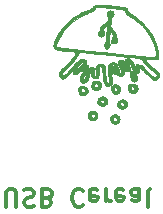
<source format=gbr>
%TF.GenerationSoftware,KiCad,Pcbnew,5.1.10*%
%TF.CreationDate,2021-06-29T14:23:48+12:00*%
%TF.ProjectId,USBCereal,55534243-6572-4656-916c-2e6b69636164,rev?*%
%TF.SameCoordinates,Original*%
%TF.FileFunction,Legend,Bot*%
%TF.FilePolarity,Positive*%
%FSLAX46Y46*%
G04 Gerber Fmt 4.6, Leading zero omitted, Abs format (unit mm)*
G04 Created by KiCad (PCBNEW 5.1.10) date 2021-06-29 14:23:48*
%MOMM*%
%LPD*%
G01*
G04 APERTURE LIST*
%ADD10C,0.375000*%
%ADD11C,0.010000*%
G04 APERTURE END LIST*
D10*
X27334392Y-34920928D02*
X27334392Y-33706642D01*
X27405821Y-33563785D01*
X27477250Y-33492357D01*
X27620107Y-33420928D01*
X27905821Y-33420928D01*
X28048678Y-33492357D01*
X28120107Y-33563785D01*
X28191535Y-33706642D01*
X28191535Y-34920928D01*
X28834392Y-33492357D02*
X29048678Y-33420928D01*
X29405821Y-33420928D01*
X29548678Y-33492357D01*
X29620107Y-33563785D01*
X29691535Y-33706642D01*
X29691535Y-33849500D01*
X29620107Y-33992357D01*
X29548678Y-34063785D01*
X29405821Y-34135214D01*
X29120107Y-34206642D01*
X28977250Y-34278071D01*
X28905821Y-34349500D01*
X28834392Y-34492357D01*
X28834392Y-34635214D01*
X28905821Y-34778071D01*
X28977250Y-34849500D01*
X29120107Y-34920928D01*
X29477250Y-34920928D01*
X29691535Y-34849500D01*
X30834392Y-34206642D02*
X31048678Y-34135214D01*
X31120107Y-34063785D01*
X31191535Y-33920928D01*
X31191535Y-33706642D01*
X31120107Y-33563785D01*
X31048678Y-33492357D01*
X30905821Y-33420928D01*
X30334392Y-33420928D01*
X30334392Y-34920928D01*
X30834392Y-34920928D01*
X30977250Y-34849500D01*
X31048678Y-34778071D01*
X31120107Y-34635214D01*
X31120107Y-34492357D01*
X31048678Y-34349500D01*
X30977250Y-34278071D01*
X30834392Y-34206642D01*
X30334392Y-34206642D01*
X33834392Y-33563785D02*
X33762964Y-33492357D01*
X33548678Y-33420928D01*
X33405821Y-33420928D01*
X33191535Y-33492357D01*
X33048678Y-33635214D01*
X32977250Y-33778071D01*
X32905821Y-34063785D01*
X32905821Y-34278071D01*
X32977250Y-34563785D01*
X33048678Y-34706642D01*
X33191535Y-34849500D01*
X33405821Y-34920928D01*
X33548678Y-34920928D01*
X33762964Y-34849500D01*
X33834392Y-34778071D01*
X35048678Y-33492357D02*
X34905821Y-33420928D01*
X34620107Y-33420928D01*
X34477250Y-33492357D01*
X34405821Y-33635214D01*
X34405821Y-34206642D01*
X34477250Y-34349500D01*
X34620107Y-34420928D01*
X34905821Y-34420928D01*
X35048678Y-34349500D01*
X35120107Y-34206642D01*
X35120107Y-34063785D01*
X34405821Y-33920928D01*
X35762964Y-33420928D02*
X35762964Y-34420928D01*
X35762964Y-34135214D02*
X35834392Y-34278071D01*
X35905821Y-34349500D01*
X36048678Y-34420928D01*
X36191535Y-34420928D01*
X37262964Y-33492357D02*
X37120107Y-33420928D01*
X36834392Y-33420928D01*
X36691535Y-33492357D01*
X36620107Y-33635214D01*
X36620107Y-34206642D01*
X36691535Y-34349500D01*
X36834392Y-34420928D01*
X37120107Y-34420928D01*
X37262964Y-34349500D01*
X37334392Y-34206642D01*
X37334392Y-34063785D01*
X36620107Y-33920928D01*
X38620107Y-33420928D02*
X38620107Y-34206642D01*
X38548678Y-34349500D01*
X38405821Y-34420928D01*
X38120107Y-34420928D01*
X37977250Y-34349500D01*
X38620107Y-33492357D02*
X38477250Y-33420928D01*
X38120107Y-33420928D01*
X37977250Y-33492357D01*
X37905821Y-33635214D01*
X37905821Y-33778071D01*
X37977250Y-33920928D01*
X38120107Y-33992357D01*
X38477250Y-33992357D01*
X38620107Y-34063785D01*
X39548678Y-33420928D02*
X39405821Y-33492357D01*
X39334392Y-33635214D01*
X39334392Y-34920928D01*
D11*
%TO.C,G\u002A\u002A\u002A*%
G36*
X35834544Y-21594536D02*
G01*
X35870070Y-21558552D01*
X35898063Y-21528179D01*
X35959608Y-21458402D01*
X36017959Y-21387864D01*
X36069325Y-21321656D01*
X36109917Y-21264871D01*
X36135942Y-21222604D01*
X36143611Y-21199945D01*
X36143176Y-21198877D01*
X36122488Y-21185765D01*
X36081762Y-21170650D01*
X36067193Y-21166450D01*
X36024814Y-21153081D01*
X36007206Y-21136418D01*
X36006227Y-21105191D01*
X36008742Y-21085556D01*
X36013021Y-21049675D01*
X36019892Y-20986328D01*
X36028706Y-20901761D01*
X36038814Y-20802220D01*
X36049566Y-20693949D01*
X36051364Y-20675600D01*
X36068567Y-20503889D01*
X36083569Y-20363673D01*
X36096704Y-20252680D01*
X36108306Y-20168632D01*
X36118709Y-20109255D01*
X36128247Y-20072275D01*
X36137254Y-20055415D01*
X36142607Y-20054031D01*
X36164389Y-20071075D01*
X36199371Y-20108669D01*
X36241651Y-20159398D01*
X36285325Y-20215848D01*
X36324491Y-20270603D01*
X36353246Y-20316251D01*
X36357189Y-20323559D01*
X36379005Y-20383937D01*
X36389554Y-20449007D01*
X36389733Y-20456742D01*
X36385067Y-20506315D01*
X36366104Y-20544221D01*
X36329661Y-20582123D01*
X36300565Y-20610762D01*
X36281644Y-20638105D01*
X36269508Y-20673327D01*
X36260769Y-20725606D01*
X36253762Y-20787607D01*
X36246477Y-20862444D01*
X36240884Y-20930478D01*
X36237895Y-20980219D01*
X36237634Y-20990828D01*
X36237333Y-21043590D01*
X36450106Y-21064511D01*
X36531445Y-21071678D01*
X36600094Y-21076159D01*
X36649307Y-21077626D01*
X36672339Y-21075751D01*
X36672981Y-21075330D01*
X36679998Y-21054684D01*
X36689563Y-21009172D01*
X36700317Y-20947568D01*
X36710898Y-20878647D01*
X36719946Y-20811183D01*
X36726099Y-20753951D01*
X36728034Y-20720378D01*
X36716697Y-20672967D01*
X36687741Y-20623769D01*
X36685357Y-20620869D01*
X36664118Y-20593225D01*
X36652165Y-20566714D01*
X36647837Y-20531718D01*
X36649473Y-20478620D01*
X36652771Y-20432158D01*
X36663229Y-20294600D01*
X36152869Y-19665078D01*
X36194145Y-19288016D01*
X36235420Y-18910953D01*
X36306410Y-18850188D01*
X36379772Y-18770082D01*
X36423889Y-18682604D01*
X36437571Y-18592092D01*
X36419631Y-18502889D01*
X36408314Y-18477826D01*
X36349728Y-18392910D01*
X36276782Y-18338659D01*
X36226270Y-18320857D01*
X36139975Y-18306984D01*
X36071137Y-18312238D01*
X36008299Y-18338116D01*
X35985657Y-18352286D01*
X35922202Y-18401454D01*
X35882822Y-18452166D01*
X35861113Y-18515638D01*
X35851885Y-18586575D01*
X35848344Y-18648044D01*
X35852510Y-18690579D01*
X35868303Y-18728901D01*
X35899640Y-18777729D01*
X35904763Y-18785185D01*
X35940543Y-18841900D01*
X35959197Y-18888542D01*
X35965901Y-18940521D01*
X35966400Y-18968689D01*
X35966188Y-19025160D01*
X35963560Y-19070810D01*
X35955531Y-19109681D01*
X35939113Y-19145817D01*
X35911320Y-19183261D01*
X35869164Y-19226055D01*
X35809661Y-19278243D01*
X35729822Y-19343867D01*
X35629597Y-19424609D01*
X35314466Y-19678152D01*
X35294798Y-19813685D01*
X35283239Y-19884200D01*
X35269954Y-19932709D01*
X35249847Y-19970905D01*
X35217821Y-20010482D01*
X35201037Y-20028776D01*
X35133135Y-20114268D01*
X35096801Y-20193158D01*
X35091397Y-20269324D01*
X35116286Y-20346642D01*
X35141715Y-20389672D01*
X35207354Y-20461830D01*
X35284407Y-20506186D01*
X35366971Y-20522596D01*
X35449140Y-20510917D01*
X35525012Y-20471007D01*
X35588682Y-20402724D01*
X35590167Y-20400500D01*
X35627585Y-20315098D01*
X35632106Y-20221761D01*
X35603729Y-20120592D01*
X35588290Y-20087730D01*
X35551713Y-19988915D01*
X35545068Y-19896326D01*
X35568520Y-19814025D01*
X35576621Y-19799508D01*
X35599273Y-19772637D01*
X35639213Y-19734489D01*
X35690216Y-19690048D01*
X35746058Y-19644296D01*
X35800515Y-19602217D01*
X35847363Y-19568792D01*
X35880378Y-19549005D01*
X35892744Y-19546433D01*
X35893361Y-19565221D01*
X35890325Y-19614091D01*
X35883998Y-19689496D01*
X35874745Y-19787890D01*
X35862928Y-19905728D01*
X35848911Y-20039463D01*
X35833057Y-20185550D01*
X35815730Y-20340441D01*
X35797294Y-20500592D01*
X35779854Y-20647950D01*
X35765975Y-20764530D01*
X35753554Y-20870602D01*
X35743140Y-20961331D01*
X35735282Y-21031881D01*
X35730530Y-21077415D01*
X35729333Y-21092450D01*
X35714909Y-21110773D01*
X35690236Y-21115867D01*
X35644232Y-21125953D01*
X35619428Y-21139055D01*
X35603242Y-21152977D01*
X35597256Y-21169585D01*
X35601954Y-21197475D01*
X35617824Y-21245243D01*
X35626845Y-21270288D01*
X35659113Y-21352079D01*
X35696955Y-21436863D01*
X35735541Y-21514634D01*
X35770042Y-21575384D01*
X35783997Y-21595912D01*
X35797330Y-21609759D01*
X35812237Y-21610453D01*
X35834544Y-21594536D01*
G37*
X35834544Y-21594536D02*
X35870070Y-21558552D01*
X35898063Y-21528179D01*
X35959608Y-21458402D01*
X36017959Y-21387864D01*
X36069325Y-21321656D01*
X36109917Y-21264871D01*
X36135942Y-21222604D01*
X36143611Y-21199945D01*
X36143176Y-21198877D01*
X36122488Y-21185765D01*
X36081762Y-21170650D01*
X36067193Y-21166450D01*
X36024814Y-21153081D01*
X36007206Y-21136418D01*
X36006227Y-21105191D01*
X36008742Y-21085556D01*
X36013021Y-21049675D01*
X36019892Y-20986328D01*
X36028706Y-20901761D01*
X36038814Y-20802220D01*
X36049566Y-20693949D01*
X36051364Y-20675600D01*
X36068567Y-20503889D01*
X36083569Y-20363673D01*
X36096704Y-20252680D01*
X36108306Y-20168632D01*
X36118709Y-20109255D01*
X36128247Y-20072275D01*
X36137254Y-20055415D01*
X36142607Y-20054031D01*
X36164389Y-20071075D01*
X36199371Y-20108669D01*
X36241651Y-20159398D01*
X36285325Y-20215848D01*
X36324491Y-20270603D01*
X36353246Y-20316251D01*
X36357189Y-20323559D01*
X36379005Y-20383937D01*
X36389554Y-20449007D01*
X36389733Y-20456742D01*
X36385067Y-20506315D01*
X36366104Y-20544221D01*
X36329661Y-20582123D01*
X36300565Y-20610762D01*
X36281644Y-20638105D01*
X36269508Y-20673327D01*
X36260769Y-20725606D01*
X36253762Y-20787607D01*
X36246477Y-20862444D01*
X36240884Y-20930478D01*
X36237895Y-20980219D01*
X36237634Y-20990828D01*
X36237333Y-21043590D01*
X36450106Y-21064511D01*
X36531445Y-21071678D01*
X36600094Y-21076159D01*
X36649307Y-21077626D01*
X36672339Y-21075751D01*
X36672981Y-21075330D01*
X36679998Y-21054684D01*
X36689563Y-21009172D01*
X36700317Y-20947568D01*
X36710898Y-20878647D01*
X36719946Y-20811183D01*
X36726099Y-20753951D01*
X36728034Y-20720378D01*
X36716697Y-20672967D01*
X36687741Y-20623769D01*
X36685357Y-20620869D01*
X36664118Y-20593225D01*
X36652165Y-20566714D01*
X36647837Y-20531718D01*
X36649473Y-20478620D01*
X36652771Y-20432158D01*
X36663229Y-20294600D01*
X36152869Y-19665078D01*
X36194145Y-19288016D01*
X36235420Y-18910953D01*
X36306410Y-18850188D01*
X36379772Y-18770082D01*
X36423889Y-18682604D01*
X36437571Y-18592092D01*
X36419631Y-18502889D01*
X36408314Y-18477826D01*
X36349728Y-18392910D01*
X36276782Y-18338659D01*
X36226270Y-18320857D01*
X36139975Y-18306984D01*
X36071137Y-18312238D01*
X36008299Y-18338116D01*
X35985657Y-18352286D01*
X35922202Y-18401454D01*
X35882822Y-18452166D01*
X35861113Y-18515638D01*
X35851885Y-18586575D01*
X35848344Y-18648044D01*
X35852510Y-18690579D01*
X35868303Y-18728901D01*
X35899640Y-18777729D01*
X35904763Y-18785185D01*
X35940543Y-18841900D01*
X35959197Y-18888542D01*
X35965901Y-18940521D01*
X35966400Y-18968689D01*
X35966188Y-19025160D01*
X35963560Y-19070810D01*
X35955531Y-19109681D01*
X35939113Y-19145817D01*
X35911320Y-19183261D01*
X35869164Y-19226055D01*
X35809661Y-19278243D01*
X35729822Y-19343867D01*
X35629597Y-19424609D01*
X35314466Y-19678152D01*
X35294798Y-19813685D01*
X35283239Y-19884200D01*
X35269954Y-19932709D01*
X35249847Y-19970905D01*
X35217821Y-20010482D01*
X35201037Y-20028776D01*
X35133135Y-20114268D01*
X35096801Y-20193158D01*
X35091397Y-20269324D01*
X35116286Y-20346642D01*
X35141715Y-20389672D01*
X35207354Y-20461830D01*
X35284407Y-20506186D01*
X35366971Y-20522596D01*
X35449140Y-20510917D01*
X35525012Y-20471007D01*
X35588682Y-20402724D01*
X35590167Y-20400500D01*
X35627585Y-20315098D01*
X35632106Y-20221761D01*
X35603729Y-20120592D01*
X35588290Y-20087730D01*
X35551713Y-19988915D01*
X35545068Y-19896326D01*
X35568520Y-19814025D01*
X35576621Y-19799508D01*
X35599273Y-19772637D01*
X35639213Y-19734489D01*
X35690216Y-19690048D01*
X35746058Y-19644296D01*
X35800515Y-19602217D01*
X35847363Y-19568792D01*
X35880378Y-19549005D01*
X35892744Y-19546433D01*
X35893361Y-19565221D01*
X35890325Y-19614091D01*
X35883998Y-19689496D01*
X35874745Y-19787890D01*
X35862928Y-19905728D01*
X35848911Y-20039463D01*
X35833057Y-20185550D01*
X35815730Y-20340441D01*
X35797294Y-20500592D01*
X35779854Y-20647950D01*
X35765975Y-20764530D01*
X35753554Y-20870602D01*
X35743140Y-20961331D01*
X35735282Y-21031881D01*
X35730530Y-21077415D01*
X35729333Y-21092450D01*
X35714909Y-21110773D01*
X35690236Y-21115867D01*
X35644232Y-21125953D01*
X35619428Y-21139055D01*
X35603242Y-21152977D01*
X35597256Y-21169585D01*
X35601954Y-21197475D01*
X35617824Y-21245243D01*
X35626845Y-21270288D01*
X35659113Y-21352079D01*
X35696955Y-21436863D01*
X35735541Y-21514634D01*
X35770042Y-21575384D01*
X35783997Y-21595912D01*
X35797330Y-21609759D01*
X35812237Y-21610453D01*
X35834544Y-21594536D01*
G36*
X36588244Y-27901981D02*
G01*
X36689443Y-27871586D01*
X36781275Y-27814433D01*
X36858136Y-27732616D01*
X36888652Y-27684126D01*
X36928273Y-27580505D01*
X36938190Y-27476562D01*
X36921648Y-27376463D01*
X36881891Y-27284374D01*
X36822164Y-27204462D01*
X36745710Y-27140892D01*
X36655774Y-27097831D01*
X36555600Y-27079446D01*
X36448433Y-27089903D01*
X36429776Y-27094842D01*
X36348872Y-27130823D01*
X36266728Y-27188212D01*
X36195699Y-27257397D01*
X36161909Y-27303216D01*
X36121172Y-27399306D01*
X36113710Y-27472220D01*
X36370660Y-27472220D01*
X36376591Y-27418427D01*
X36406482Y-27376615D01*
X36410434Y-27373694D01*
X36464204Y-27352932D01*
X36532539Y-27348855D01*
X36600468Y-27361571D01*
X36625589Y-27372107D01*
X36663290Y-27397392D01*
X36684428Y-27430658D01*
X36693303Y-27481583D01*
X36694533Y-27527288D01*
X36682940Y-27593640D01*
X36652091Y-27647070D01*
X36607883Y-27679688D01*
X36575929Y-27686000D01*
X36515407Y-27672974D01*
X36461063Y-27638372D01*
X36416453Y-27588904D01*
X36385133Y-27531283D01*
X36370660Y-27472220D01*
X36113710Y-27472220D01*
X36110839Y-27500266D01*
X36128954Y-27600981D01*
X36173561Y-27696332D01*
X36242705Y-27781204D01*
X36334428Y-27850479D01*
X36380159Y-27874123D01*
X36483282Y-27903524D01*
X36588244Y-27901981D01*
G37*
X36588244Y-27901981D02*
X36689443Y-27871586D01*
X36781275Y-27814433D01*
X36858136Y-27732616D01*
X36888652Y-27684126D01*
X36928273Y-27580505D01*
X36938190Y-27476562D01*
X36921648Y-27376463D01*
X36881891Y-27284374D01*
X36822164Y-27204462D01*
X36745710Y-27140892D01*
X36655774Y-27097831D01*
X36555600Y-27079446D01*
X36448433Y-27089903D01*
X36429776Y-27094842D01*
X36348872Y-27130823D01*
X36266728Y-27188212D01*
X36195699Y-27257397D01*
X36161909Y-27303216D01*
X36121172Y-27399306D01*
X36113710Y-27472220D01*
X36370660Y-27472220D01*
X36376591Y-27418427D01*
X36406482Y-27376615D01*
X36410434Y-27373694D01*
X36464204Y-27352932D01*
X36532539Y-27348855D01*
X36600468Y-27361571D01*
X36625589Y-27372107D01*
X36663290Y-27397392D01*
X36684428Y-27430658D01*
X36693303Y-27481583D01*
X36694533Y-27527288D01*
X36682940Y-27593640D01*
X36652091Y-27647070D01*
X36607883Y-27679688D01*
X36575929Y-27686000D01*
X36515407Y-27672974D01*
X36461063Y-27638372D01*
X36416453Y-27588904D01*
X36385133Y-27531283D01*
X36370660Y-27472220D01*
X36113710Y-27472220D01*
X36110839Y-27500266D01*
X36128954Y-27600981D01*
X36173561Y-27696332D01*
X36242705Y-27781204D01*
X36334428Y-27850479D01*
X36380159Y-27874123D01*
X36483282Y-27903524D01*
X36588244Y-27901981D01*
G36*
X34797632Y-27593078D02*
G01*
X34892548Y-27550032D01*
X34969889Y-27483663D01*
X35026863Y-27398147D01*
X35060680Y-27297659D01*
X35068549Y-27186373D01*
X35048108Y-27069898D01*
X35012646Y-26998276D01*
X34954750Y-26929268D01*
X34884923Y-26873375D01*
X34821435Y-26843225D01*
X34745179Y-26828848D01*
X34654282Y-26823916D01*
X34563326Y-26828293D01*
X34486897Y-26841841D01*
X34472187Y-26846495D01*
X34395018Y-26880367D01*
X34341159Y-26922072D01*
X34300076Y-26980607D01*
X34288298Y-27003556D01*
X34255123Y-27100458D01*
X34241145Y-27207138D01*
X34242561Y-27231126D01*
X34516037Y-27231126D01*
X34525857Y-27156031D01*
X34568347Y-27087605D01*
X34568972Y-27086929D01*
X34622776Y-27050092D01*
X34685824Y-27045795D01*
X34745526Y-27067068D01*
X34807276Y-27115504D01*
X34840812Y-27178742D01*
X34844386Y-27250451D01*
X34816464Y-27323955D01*
X34768074Y-27375905D01*
X34708488Y-27400291D01*
X34645572Y-27397541D01*
X34587195Y-27368081D01*
X34541226Y-27312339D01*
X34539418Y-27308916D01*
X34516037Y-27231126D01*
X34242561Y-27231126D01*
X34247239Y-27310303D01*
X34263912Y-27373290D01*
X34314986Y-27461325D01*
X34392027Y-27530440D01*
X34491777Y-27578826D01*
X34610980Y-27604674D01*
X34687933Y-27608627D01*
X34797632Y-27593078D01*
G37*
X34797632Y-27593078D02*
X34892548Y-27550032D01*
X34969889Y-27483663D01*
X35026863Y-27398147D01*
X35060680Y-27297659D01*
X35068549Y-27186373D01*
X35048108Y-27069898D01*
X35012646Y-26998276D01*
X34954750Y-26929268D01*
X34884923Y-26873375D01*
X34821435Y-26843225D01*
X34745179Y-26828848D01*
X34654282Y-26823916D01*
X34563326Y-26828293D01*
X34486897Y-26841841D01*
X34472187Y-26846495D01*
X34395018Y-26880367D01*
X34341159Y-26922072D01*
X34300076Y-26980607D01*
X34288298Y-27003556D01*
X34255123Y-27100458D01*
X34241145Y-27207138D01*
X34242561Y-27231126D01*
X34516037Y-27231126D01*
X34525857Y-27156031D01*
X34568347Y-27087605D01*
X34568972Y-27086929D01*
X34622776Y-27050092D01*
X34685824Y-27045795D01*
X34745526Y-27067068D01*
X34807276Y-27115504D01*
X34840812Y-27178742D01*
X34844386Y-27250451D01*
X34816464Y-27323955D01*
X34768074Y-27375905D01*
X34708488Y-27400291D01*
X34645572Y-27397541D01*
X34587195Y-27368081D01*
X34541226Y-27312339D01*
X34539418Y-27308916D01*
X34516037Y-27231126D01*
X34242561Y-27231126D01*
X34247239Y-27310303D01*
X34263912Y-27373290D01*
X34314986Y-27461325D01*
X34392027Y-27530440D01*
X34491777Y-27578826D01*
X34610980Y-27604674D01*
X34687933Y-27608627D01*
X34797632Y-27593078D01*
G36*
X37265146Y-26622094D02*
G01*
X37337640Y-26608769D01*
X37365120Y-26597771D01*
X37441542Y-26539876D01*
X37504698Y-26457562D01*
X37550060Y-26359129D01*
X37573103Y-26252875D01*
X37575067Y-26212743D01*
X37562983Y-26121832D01*
X37530269Y-26033771D01*
X37482232Y-25961425D01*
X37463820Y-25943102D01*
X37385275Y-25893165D01*
X37286988Y-25858956D01*
X37180432Y-25843066D01*
X37077078Y-25848084D01*
X37058600Y-25851648D01*
X36950163Y-25888150D01*
X36861244Y-25943934D01*
X36797088Y-26015288D01*
X36778303Y-26050097D01*
X36746991Y-26147335D01*
X36737451Y-26220595D01*
X36999421Y-26220595D01*
X37009083Y-26154408D01*
X37034283Y-26095117D01*
X37073656Y-26050467D01*
X37125835Y-26028201D01*
X37140146Y-26027048D01*
X37180626Y-26034533D01*
X37203591Y-26044033D01*
X37238475Y-26077057D01*
X37270861Y-26131260D01*
X37294748Y-26194134D01*
X37304133Y-26253173D01*
X37304133Y-26253515D01*
X37289869Y-26321529D01*
X37251685Y-26371583D01*
X37196493Y-26399729D01*
X37131209Y-26402015D01*
X37077330Y-26383095D01*
X37032179Y-26342683D01*
X37006665Y-26285935D01*
X36999421Y-26220595D01*
X36737451Y-26220595D01*
X36733680Y-26249549D01*
X36739925Y-26342669D01*
X36744004Y-26360263D01*
X36777253Y-26428169D01*
X36836021Y-26494486D01*
X36912417Y-26552083D01*
X36998550Y-26593829D01*
X37004912Y-26596032D01*
X37087345Y-26615670D01*
X37177902Y-26624376D01*
X37265146Y-26622094D01*
G37*
X37265146Y-26622094D02*
X37337640Y-26608769D01*
X37365120Y-26597771D01*
X37441542Y-26539876D01*
X37504698Y-26457562D01*
X37550060Y-26359129D01*
X37573103Y-26252875D01*
X37575067Y-26212743D01*
X37562983Y-26121832D01*
X37530269Y-26033771D01*
X37482232Y-25961425D01*
X37463820Y-25943102D01*
X37385275Y-25893165D01*
X37286988Y-25858956D01*
X37180432Y-25843066D01*
X37077078Y-25848084D01*
X37058600Y-25851648D01*
X36950163Y-25888150D01*
X36861244Y-25943934D01*
X36797088Y-26015288D01*
X36778303Y-26050097D01*
X36746991Y-26147335D01*
X36737451Y-26220595D01*
X36999421Y-26220595D01*
X37009083Y-26154408D01*
X37034283Y-26095117D01*
X37073656Y-26050467D01*
X37125835Y-26028201D01*
X37140146Y-26027048D01*
X37180626Y-26034533D01*
X37203591Y-26044033D01*
X37238475Y-26077057D01*
X37270861Y-26131260D01*
X37294748Y-26194134D01*
X37304133Y-26253173D01*
X37304133Y-26253515D01*
X37289869Y-26321529D01*
X37251685Y-26371583D01*
X37196493Y-26399729D01*
X37131209Y-26402015D01*
X37077330Y-26383095D01*
X37032179Y-26342683D01*
X37006665Y-26285935D01*
X36999421Y-26220595D01*
X36737451Y-26220595D01*
X36733680Y-26249549D01*
X36739925Y-26342669D01*
X36744004Y-26360263D01*
X36777253Y-26428169D01*
X36836021Y-26494486D01*
X36912417Y-26552083D01*
X36998550Y-26593829D01*
X37004912Y-26596032D01*
X37087345Y-26615670D01*
X37177902Y-26624376D01*
X37265146Y-26622094D01*
G36*
X35598785Y-26360093D02*
G01*
X35706374Y-26321617D01*
X35800355Y-26262061D01*
X35863617Y-26191211D01*
X35898348Y-26105792D01*
X35907072Y-26020841D01*
X35902831Y-25947608D01*
X35887220Y-25889704D01*
X35861153Y-25838356D01*
X35786826Y-25738381D01*
X35697543Y-25661946D01*
X35598187Y-25611022D01*
X35493644Y-25587579D01*
X35388798Y-25593587D01*
X35314466Y-25617887D01*
X35213790Y-25678918D01*
X35131552Y-25759102D01*
X35072113Y-25852384D01*
X35039832Y-25952703D01*
X35039301Y-25958841D01*
X35309825Y-25958841D01*
X35325179Y-25909233D01*
X35363988Y-25871273D01*
X35421611Y-25850071D01*
X35483800Y-25850147D01*
X35527061Y-25855943D01*
X35546090Y-25856969D01*
X35588911Y-25871672D01*
X35616339Y-25909856D01*
X35626262Y-25963847D01*
X35616569Y-26025973D01*
X35602158Y-26060739D01*
X35558268Y-26115855D01*
X35502504Y-26143492D01*
X35442440Y-26142611D01*
X35385650Y-26112178D01*
X35366767Y-26092962D01*
X35321758Y-26022939D01*
X35309825Y-25958841D01*
X35039301Y-25958841D01*
X35035225Y-26005911D01*
X35044965Y-26103987D01*
X35077454Y-26183288D01*
X35137009Y-26253453D01*
X35152105Y-26266859D01*
X35247153Y-26327075D01*
X35358693Y-26363220D01*
X35478608Y-26374494D01*
X35598785Y-26360093D01*
G37*
X35598785Y-26360093D02*
X35706374Y-26321617D01*
X35800355Y-26262061D01*
X35863617Y-26191211D01*
X35898348Y-26105792D01*
X35907072Y-26020841D01*
X35902831Y-25947608D01*
X35887220Y-25889704D01*
X35861153Y-25838356D01*
X35786826Y-25738381D01*
X35697543Y-25661946D01*
X35598187Y-25611022D01*
X35493644Y-25587579D01*
X35388798Y-25593587D01*
X35314466Y-25617887D01*
X35213790Y-25678918D01*
X35131552Y-25759102D01*
X35072113Y-25852384D01*
X35039832Y-25952703D01*
X35039301Y-25958841D01*
X35309825Y-25958841D01*
X35325179Y-25909233D01*
X35363988Y-25871273D01*
X35421611Y-25850071D01*
X35483800Y-25850147D01*
X35527061Y-25855943D01*
X35546090Y-25856969D01*
X35588911Y-25871672D01*
X35616339Y-25909856D01*
X35626262Y-25963847D01*
X35616569Y-26025973D01*
X35602158Y-26060739D01*
X35558268Y-26115855D01*
X35502504Y-26143492D01*
X35442440Y-26142611D01*
X35385650Y-26112178D01*
X35366767Y-26092962D01*
X35321758Y-26022939D01*
X35309825Y-25958841D01*
X35039301Y-25958841D01*
X35035225Y-26005911D01*
X35044965Y-26103987D01*
X35077454Y-26183288D01*
X35137009Y-26253453D01*
X35152105Y-26266859D01*
X35247153Y-26327075D01*
X35358693Y-26363220D01*
X35478608Y-26374494D01*
X35598785Y-26360093D01*
G36*
X33925403Y-25481764D02*
G01*
X34025584Y-25452262D01*
X34111208Y-25399793D01*
X34124851Y-25387514D01*
X34165264Y-25333783D01*
X34201355Y-25259758D01*
X34227756Y-25178996D01*
X34239100Y-25105054D01*
X34239200Y-25098686D01*
X34223943Y-24984831D01*
X34180038Y-24884350D01*
X34110285Y-24801948D01*
X34030761Y-24748627D01*
X33940750Y-24718587D01*
X33833265Y-24705745D01*
X33720208Y-24710449D01*
X33613482Y-24733050D01*
X33604200Y-24736108D01*
X33547833Y-24759848D01*
X33512470Y-24789327D01*
X33487838Y-24829897D01*
X33459593Y-24915516D01*
X33447566Y-25015967D01*
X33447952Y-25028422D01*
X33662191Y-25028422D01*
X33675409Y-24961423D01*
X33705030Y-24916630D01*
X33747742Y-24883750D01*
X33790070Y-24877802D01*
X33843732Y-24897391D01*
X33848060Y-24899602D01*
X33891517Y-24929728D01*
X33936995Y-24972810D01*
X33976058Y-25019387D01*
X34000269Y-25059998D01*
X34004139Y-25074623D01*
X34003094Y-25121763D01*
X33987959Y-25158387D01*
X33952497Y-25197484D01*
X33939352Y-25209500D01*
X33881137Y-25251050D01*
X33829551Y-25262033D01*
X33778201Y-25243146D01*
X33758545Y-25229172D01*
X33705228Y-25170874D01*
X33672620Y-25101098D01*
X33662191Y-25028422D01*
X33447952Y-25028422D01*
X33450847Y-25121807D01*
X33468525Y-25223593D01*
X33499693Y-25311880D01*
X33540229Y-25373858D01*
X33618076Y-25434345D01*
X33713592Y-25472617D01*
X33818720Y-25488486D01*
X33925403Y-25481764D01*
G37*
X33925403Y-25481764D02*
X34025584Y-25452262D01*
X34111208Y-25399793D01*
X34124851Y-25387514D01*
X34165264Y-25333783D01*
X34201355Y-25259758D01*
X34227756Y-25178996D01*
X34239100Y-25105054D01*
X34239200Y-25098686D01*
X34223943Y-24984831D01*
X34180038Y-24884350D01*
X34110285Y-24801948D01*
X34030761Y-24748627D01*
X33940750Y-24718587D01*
X33833265Y-24705745D01*
X33720208Y-24710449D01*
X33613482Y-24733050D01*
X33604200Y-24736108D01*
X33547833Y-24759848D01*
X33512470Y-24789327D01*
X33487838Y-24829897D01*
X33459593Y-24915516D01*
X33447566Y-25015967D01*
X33447952Y-25028422D01*
X33662191Y-25028422D01*
X33675409Y-24961423D01*
X33705030Y-24916630D01*
X33747742Y-24883750D01*
X33790070Y-24877802D01*
X33843732Y-24897391D01*
X33848060Y-24899602D01*
X33891517Y-24929728D01*
X33936995Y-24972810D01*
X33976058Y-25019387D01*
X34000269Y-25059998D01*
X34004139Y-25074623D01*
X34003094Y-25121763D01*
X33987959Y-25158387D01*
X33952497Y-25197484D01*
X33939352Y-25209500D01*
X33881137Y-25251050D01*
X33829551Y-25262033D01*
X33778201Y-25243146D01*
X33758545Y-25229172D01*
X33705228Y-25170874D01*
X33672620Y-25101098D01*
X33662191Y-25028422D01*
X33447952Y-25028422D01*
X33450847Y-25121807D01*
X33468525Y-25223593D01*
X33499693Y-25311880D01*
X33540229Y-25373858D01*
X33618076Y-25434345D01*
X33713592Y-25472617D01*
X33818720Y-25488486D01*
X33925403Y-25481764D01*
G36*
X38148010Y-25307618D02*
G01*
X38252823Y-25277792D01*
X38340404Y-25223435D01*
X38406193Y-25146796D01*
X38421957Y-25117809D01*
X38453102Y-25023618D01*
X38463013Y-24922662D01*
X38453264Y-24822255D01*
X38425429Y-24729707D01*
X38381081Y-24652328D01*
X38321795Y-24597432D01*
X38308324Y-24589814D01*
X38227724Y-24558992D01*
X38129084Y-24536471D01*
X38024060Y-24523571D01*
X37924314Y-24521608D01*
X37841502Y-24531902D01*
X37828078Y-24535523D01*
X37766425Y-24560368D01*
X37723423Y-24595028D01*
X37696120Y-24645200D01*
X37681567Y-24716580D01*
X37676813Y-24814864D01*
X37676761Y-24827667D01*
X37679743Y-24873117D01*
X37880405Y-24873117D01*
X37892860Y-24804213D01*
X37927040Y-24754391D01*
X37976125Y-24726938D01*
X38033299Y-24725138D01*
X38091741Y-24752276D01*
X38106166Y-24764351D01*
X38155340Y-24824515D01*
X38181061Y-24887494D01*
X38184185Y-24947129D01*
X38165568Y-24997264D01*
X38126064Y-25031740D01*
X38067276Y-25044400D01*
X37990906Y-25030244D01*
X37930470Y-24991339D01*
X37891800Y-24933030D01*
X37880405Y-24873117D01*
X37679743Y-24873117D01*
X37686265Y-24972511D01*
X37715533Y-25090347D01*
X37765307Y-25182186D01*
X37836325Y-25249039D01*
X37929329Y-25291914D01*
X38030529Y-25310667D01*
X38148010Y-25307618D01*
G37*
X38148010Y-25307618D02*
X38252823Y-25277792D01*
X38340404Y-25223435D01*
X38406193Y-25146796D01*
X38421957Y-25117809D01*
X38453102Y-25023618D01*
X38463013Y-24922662D01*
X38453264Y-24822255D01*
X38425429Y-24729707D01*
X38381081Y-24652328D01*
X38321795Y-24597432D01*
X38308324Y-24589814D01*
X38227724Y-24558992D01*
X38129084Y-24536471D01*
X38024060Y-24523571D01*
X37924314Y-24521608D01*
X37841502Y-24531902D01*
X37828078Y-24535523D01*
X37766425Y-24560368D01*
X37723423Y-24595028D01*
X37696120Y-24645200D01*
X37681567Y-24716580D01*
X37676813Y-24814864D01*
X37676761Y-24827667D01*
X37679743Y-24873117D01*
X37880405Y-24873117D01*
X37892860Y-24804213D01*
X37927040Y-24754391D01*
X37976125Y-24726938D01*
X38033299Y-24725138D01*
X38091741Y-24752276D01*
X38106166Y-24764351D01*
X38155340Y-24824515D01*
X38181061Y-24887494D01*
X38184185Y-24947129D01*
X38165568Y-24997264D01*
X38126064Y-25031740D01*
X38067276Y-25044400D01*
X37990906Y-25030244D01*
X37930470Y-24991339D01*
X37891800Y-24933030D01*
X37880405Y-24873117D01*
X37679743Y-24873117D01*
X37686265Y-24972511D01*
X37715533Y-25090347D01*
X37765307Y-25182186D01*
X37836325Y-25249039D01*
X37929329Y-25291914D01*
X38030529Y-25310667D01*
X38148010Y-25307618D01*
G36*
X36713914Y-25347795D02*
G01*
X36806313Y-25301717D01*
X36857393Y-25258530D01*
X36910305Y-25194329D01*
X36943856Y-25123056D01*
X36961035Y-25035935D01*
X36965000Y-24942800D01*
X36954395Y-24829404D01*
X36921063Y-24738077D01*
X36861776Y-24663715D01*
X36773305Y-24601213D01*
X36736867Y-24582180D01*
X36652163Y-24546326D01*
X36582098Y-24531269D01*
X36515890Y-24535429D01*
X36479889Y-24544514D01*
X36360351Y-24597305D01*
X36259351Y-24676096D01*
X36239662Y-24697202D01*
X36194075Y-24773277D01*
X36175527Y-24862064D01*
X36182453Y-24958144D01*
X36184243Y-24963832D01*
X36449000Y-24963832D01*
X36453206Y-24897099D01*
X36464614Y-24849005D01*
X36472240Y-24835336D01*
X36509368Y-24814033D01*
X36564433Y-24808285D01*
X36625174Y-24818314D01*
X36659122Y-24831935D01*
X36706219Y-24872163D01*
X36734997Y-24928215D01*
X36739985Y-24987586D01*
X36735344Y-25006156D01*
X36701623Y-25060287D01*
X36649908Y-25099309D01*
X36589707Y-25119648D01*
X36530527Y-25117732D01*
X36490700Y-25098093D01*
X36466578Y-25073627D01*
X36453962Y-25043024D01*
X36449373Y-24995081D01*
X36449000Y-24963832D01*
X36184243Y-24963832D01*
X36213286Y-25056100D01*
X36266460Y-25150513D01*
X36340409Y-25235966D01*
X36411928Y-25293199D01*
X36513052Y-25343822D01*
X36614937Y-25361925D01*
X36713914Y-25347795D01*
G37*
X36713914Y-25347795D02*
X36806313Y-25301717D01*
X36857393Y-25258530D01*
X36910305Y-25194329D01*
X36943856Y-25123056D01*
X36961035Y-25035935D01*
X36965000Y-24942800D01*
X36954395Y-24829404D01*
X36921063Y-24738077D01*
X36861776Y-24663715D01*
X36773305Y-24601213D01*
X36736867Y-24582180D01*
X36652163Y-24546326D01*
X36582098Y-24531269D01*
X36515890Y-24535429D01*
X36479889Y-24544514D01*
X36360351Y-24597305D01*
X36259351Y-24676096D01*
X36239662Y-24697202D01*
X36194075Y-24773277D01*
X36175527Y-24862064D01*
X36182453Y-24958144D01*
X36184243Y-24963832D01*
X36449000Y-24963832D01*
X36453206Y-24897099D01*
X36464614Y-24849005D01*
X36472240Y-24835336D01*
X36509368Y-24814033D01*
X36564433Y-24808285D01*
X36625174Y-24818314D01*
X36659122Y-24831935D01*
X36706219Y-24872163D01*
X36734997Y-24928215D01*
X36739985Y-24987586D01*
X36735344Y-25006156D01*
X36701623Y-25060287D01*
X36649908Y-25099309D01*
X36589707Y-25119648D01*
X36530527Y-25117732D01*
X36490700Y-25098093D01*
X36466578Y-25073627D01*
X36453962Y-25043024D01*
X36449373Y-24995081D01*
X36449000Y-24963832D01*
X36184243Y-24963832D01*
X36213286Y-25056100D01*
X36266460Y-25150513D01*
X36340409Y-25235966D01*
X36411928Y-25293199D01*
X36513052Y-25343822D01*
X36614937Y-25361925D01*
X36713914Y-25347795D01*
G36*
X35081992Y-25028396D02*
G01*
X35177849Y-24989824D01*
X35256335Y-24927854D01*
X35315972Y-24848222D01*
X35355278Y-24756663D01*
X35372776Y-24658913D01*
X35366986Y-24560709D01*
X35336428Y-24467786D01*
X35279623Y-24385879D01*
X35253996Y-24361498D01*
X35164817Y-24305282D01*
X35057051Y-24268904D01*
X34940899Y-24254359D01*
X34826559Y-24263641D01*
X34793756Y-24271476D01*
X34727088Y-24295590D01*
X34677942Y-24329222D01*
X34637625Y-24380406D01*
X34600999Y-24449611D01*
X34572129Y-24529060D01*
X34554151Y-24611904D01*
X34773860Y-24611904D01*
X34796196Y-24558292D01*
X34838291Y-24517679D01*
X34893386Y-24493426D01*
X34954720Y-24488897D01*
X35015533Y-24507453D01*
X35055413Y-24537209D01*
X35087705Y-24574089D01*
X35100503Y-24608060D01*
X35099422Y-24655839D01*
X35098405Y-24665263D01*
X35077360Y-24739805D01*
X35037834Y-24791063D01*
X34986122Y-24818842D01*
X34928519Y-24822950D01*
X34871320Y-24803191D01*
X34820820Y-24759371D01*
X34783315Y-24691296D01*
X34778044Y-24675153D01*
X34773860Y-24611904D01*
X34554151Y-24611904D01*
X34552383Y-24620048D01*
X34543655Y-24709544D01*
X34547839Y-24784519D01*
X34550510Y-24797099D01*
X34584596Y-24867462D01*
X34645564Y-24929511D01*
X34726872Y-24980398D01*
X34821979Y-25017278D01*
X34924346Y-25037304D01*
X35027429Y-25037630D01*
X35081992Y-25028396D01*
G37*
X35081992Y-25028396D02*
X35177849Y-24989824D01*
X35256335Y-24927854D01*
X35315972Y-24848222D01*
X35355278Y-24756663D01*
X35372776Y-24658913D01*
X35366986Y-24560709D01*
X35336428Y-24467786D01*
X35279623Y-24385879D01*
X35253996Y-24361498D01*
X35164817Y-24305282D01*
X35057051Y-24268904D01*
X34940899Y-24254359D01*
X34826559Y-24263641D01*
X34793756Y-24271476D01*
X34727088Y-24295590D01*
X34677942Y-24329222D01*
X34637625Y-24380406D01*
X34600999Y-24449611D01*
X34572129Y-24529060D01*
X34554151Y-24611904D01*
X34773860Y-24611904D01*
X34796196Y-24558292D01*
X34838291Y-24517679D01*
X34893386Y-24493426D01*
X34954720Y-24488897D01*
X35015533Y-24507453D01*
X35055413Y-24537209D01*
X35087705Y-24574089D01*
X35100503Y-24608060D01*
X35099422Y-24655839D01*
X35098405Y-24665263D01*
X35077360Y-24739805D01*
X35037834Y-24791063D01*
X34986122Y-24818842D01*
X34928519Y-24822950D01*
X34871320Y-24803191D01*
X34820820Y-24759371D01*
X34783315Y-24691296D01*
X34778044Y-24675153D01*
X34773860Y-24611904D01*
X34554151Y-24611904D01*
X34552383Y-24620048D01*
X34543655Y-24709544D01*
X34547839Y-24784519D01*
X34550510Y-24797099D01*
X34584596Y-24867462D01*
X34645564Y-24929511D01*
X34726872Y-24980398D01*
X34821979Y-25017278D01*
X34924346Y-25037304D01*
X35027429Y-25037630D01*
X35081992Y-25028396D01*
G36*
X36029225Y-24690986D02*
G01*
X36031202Y-24690593D01*
X36140558Y-24655354D01*
X36225017Y-24598389D01*
X36284654Y-24519424D01*
X36319547Y-24418185D01*
X36329773Y-24294398D01*
X36315409Y-24147790D01*
X36276532Y-23978088D01*
X36253361Y-23901258D01*
X36225824Y-23810616D01*
X36211069Y-23746252D01*
X36209467Y-23702934D01*
X36221392Y-23675429D01*
X36247216Y-23658504D01*
X36271200Y-23650811D01*
X36370703Y-23639501D01*
X36484721Y-23651044D01*
X36604856Y-23683351D01*
X36722707Y-23734338D01*
X36803840Y-23783096D01*
X36898105Y-23835021D01*
X36987125Y-23855571D01*
X37076014Y-23845616D01*
X37108461Y-23834925D01*
X37179565Y-23795623D01*
X37242856Y-23738960D01*
X37289896Y-23674093D01*
X37311643Y-23614544D01*
X37321256Y-23552982D01*
X37330262Y-23495206D01*
X37347341Y-23443123D01*
X37381217Y-23415106D01*
X37436111Y-23409135D01*
X37492310Y-23417628D01*
X37601780Y-23434570D01*
X37686582Y-23432459D01*
X37750239Y-23411008D01*
X37773089Y-23394828D01*
X37797089Y-23371769D01*
X37811235Y-23347616D01*
X37818066Y-23313000D01*
X37820123Y-23258552D01*
X37820157Y-23221261D01*
X37818650Y-23160627D01*
X37813035Y-23109095D01*
X37800987Y-23057161D01*
X37780181Y-22995323D01*
X37748292Y-22914077D01*
X37740055Y-22893867D01*
X37694740Y-22779332D01*
X37664311Y-22693286D01*
X37648308Y-22634027D01*
X37646269Y-22599855D01*
X37657452Y-22589067D01*
X37683054Y-22604579D01*
X37720874Y-22650476D01*
X37770305Y-22725796D01*
X37830742Y-22829579D01*
X37901579Y-22960863D01*
X37945682Y-23046267D01*
X38018609Y-23192539D01*
X38073738Y-23310132D01*
X38111113Y-23399153D01*
X38130776Y-23459706D01*
X38132772Y-23491899D01*
X38130574Y-23495471D01*
X38111873Y-23493556D01*
X38072201Y-23479723D01*
X38030494Y-23461660D01*
X37957395Y-23431683D01*
X37903616Y-23421018D01*
X37860993Y-23429187D01*
X37828336Y-23449854D01*
X37799207Y-23493558D01*
X37783923Y-23561864D01*
X37781523Y-23648911D01*
X37791046Y-23748841D01*
X37811532Y-23855796D01*
X37822595Y-23895033D01*
X38032096Y-23895033D01*
X38039628Y-23858188D01*
X38043555Y-23853422D01*
X38054970Y-23844151D01*
X38069856Y-23845430D01*
X38101227Y-23858849D01*
X38106076Y-23861059D01*
X38143392Y-23889794D01*
X38175551Y-23933644D01*
X38195520Y-23980404D01*
X38196325Y-24017723D01*
X38173133Y-24042027D01*
X38137182Y-24040085D01*
X38095289Y-24013285D01*
X38076105Y-23993234D01*
X38045083Y-23943606D01*
X38032096Y-23895033D01*
X37822595Y-23895033D01*
X37842019Y-23963918D01*
X37881547Y-24067348D01*
X37929155Y-24160226D01*
X37950224Y-24193080D01*
X38004821Y-24253779D01*
X38070720Y-24299234D01*
X38138739Y-24324572D01*
X38198871Y-24325122D01*
X38266967Y-24296737D01*
X38333826Y-24249001D01*
X38392249Y-24189500D01*
X38435035Y-24125820D01*
X38454984Y-24065549D01*
X38455600Y-24054608D01*
X38447637Y-24018625D01*
X38426333Y-23963033D01*
X38395559Y-23897385D01*
X38379400Y-23866645D01*
X38345872Y-23801696D01*
X38319866Y-23744771D01*
X38305149Y-23704435D01*
X38303200Y-23693335D01*
X38318776Y-23662063D01*
X38365423Y-23644033D01*
X38427080Y-23639165D01*
X38487069Y-23629590D01*
X38529978Y-23599734D01*
X38557030Y-23546899D01*
X38569448Y-23468387D01*
X38568457Y-23361501D01*
X38566409Y-23331958D01*
X38561521Y-23258486D01*
X38561211Y-23212012D01*
X38566077Y-23185901D01*
X38576719Y-23173519D01*
X38580895Y-23171578D01*
X38614545Y-23174943D01*
X38667809Y-23200761D01*
X38737600Y-23246354D01*
X38820832Y-23309041D01*
X38914419Y-23386145D01*
X39015272Y-23474987D01*
X39120307Y-23572887D01*
X39226436Y-23677166D01*
X39330572Y-23785147D01*
X39429629Y-23894149D01*
X39477800Y-23949983D01*
X39561624Y-24037439D01*
X39646704Y-24099312D01*
X39743725Y-24142545D01*
X39799937Y-24159312D01*
X39919247Y-24175440D01*
X40029975Y-24161466D01*
X40128129Y-24120058D01*
X40209717Y-24053885D01*
X40270747Y-23965616D01*
X40307226Y-23857918D01*
X40313464Y-23816034D01*
X40315511Y-23747469D01*
X40302457Y-23689270D01*
X40284176Y-23646938D01*
X40241801Y-23580080D01*
X40171799Y-23496640D01*
X40075376Y-23397808D01*
X39953736Y-23284770D01*
X39808084Y-23158716D01*
X39691733Y-23062758D01*
X39540907Y-22938644D01*
X39416833Y-22832153D01*
X39318254Y-22741875D01*
X39243910Y-22666398D01*
X39192544Y-22604311D01*
X39162897Y-22554201D01*
X39153711Y-22514657D01*
X39163727Y-22484268D01*
X39169797Y-22477212D01*
X39210368Y-22455910D01*
X39282910Y-22440253D01*
X39385994Y-22430290D01*
X39518190Y-22426070D01*
X39678070Y-22427642D01*
X39864202Y-22435056D01*
X40053696Y-22446814D01*
X40187060Y-22456299D01*
X40178017Y-22052783D01*
X40173381Y-21891108D01*
X40166658Y-21755854D01*
X40156710Y-21639587D01*
X40142393Y-21534875D01*
X40122567Y-21434285D01*
X40096092Y-21330384D01*
X40061825Y-21215739D01*
X40038237Y-21142332D01*
X39968407Y-20954696D01*
X39877446Y-20751094D01*
X39769209Y-20538421D01*
X39647551Y-20323574D01*
X39516327Y-20113448D01*
X39379394Y-19914938D01*
X39275510Y-19778134D01*
X39210795Y-19701367D01*
X39126885Y-19608775D01*
X39029267Y-19505818D01*
X38923430Y-19397957D01*
X38814861Y-19290651D01*
X38709050Y-19189362D01*
X38611483Y-19099549D01*
X38527648Y-19026673D01*
X38488507Y-18995111D01*
X38423533Y-18946526D01*
X38338827Y-18885666D01*
X38243091Y-18818653D01*
X38145027Y-18751609D01*
X38090573Y-18715162D01*
X37940339Y-18612430D01*
X37819217Y-18522489D01*
X37725627Y-18443822D01*
X37657984Y-18374910D01*
X37614707Y-18314238D01*
X37594213Y-18260288D01*
X37592000Y-18237200D01*
X37575879Y-18169455D01*
X37528764Y-18112212D01*
X37457784Y-18070020D01*
X37392598Y-18048428D01*
X37294657Y-18025442D01*
X37165037Y-18001215D01*
X37004815Y-17975902D01*
X36815065Y-17949658D01*
X36596865Y-17922637D01*
X36351291Y-17894994D01*
X36079418Y-17866884D01*
X35966400Y-17855818D01*
X35826604Y-17843949D01*
X35679753Y-17834357D01*
X35531177Y-17827144D01*
X35386208Y-17822410D01*
X35250178Y-17820256D01*
X35128419Y-17820783D01*
X35026261Y-17824093D01*
X34949037Y-17830286D01*
X34914749Y-17835902D01*
X34820523Y-17864996D01*
X34754653Y-17904168D01*
X34712347Y-17956560D01*
X34704072Y-17974024D01*
X34674385Y-18024326D01*
X34626516Y-18073410D01*
X34557780Y-18122855D01*
X34465491Y-18174236D01*
X34346965Y-18229130D01*
X34199516Y-18289114D01*
X34109101Y-18323368D01*
X33754593Y-18472907D01*
X33413998Y-18652382D01*
X33089226Y-18860058D01*
X32782185Y-19094204D01*
X32494787Y-19353085D01*
X32228940Y-19634969D01*
X31986555Y-19938123D01*
X31769540Y-20260813D01*
X31579805Y-20601307D01*
X31563885Y-20633267D01*
X31474540Y-20821482D01*
X31405861Y-20984427D01*
X31358617Y-21124235D01*
X31333575Y-21243036D01*
X31333332Y-21254788D01*
X31552871Y-21254788D01*
X31569493Y-21171034D01*
X31602969Y-21067113D01*
X31651567Y-20946491D01*
X31713554Y-20812631D01*
X31787198Y-20668998D01*
X31870766Y-20519054D01*
X31962527Y-20366266D01*
X32060748Y-20214095D01*
X32163696Y-20066008D01*
X32212571Y-19999668D01*
X32409718Y-19759803D01*
X32635384Y-19525590D01*
X32884236Y-19301859D01*
X33150935Y-19093445D01*
X33401000Y-18923476D01*
X33540186Y-18841263D01*
X33702839Y-18754993D01*
X33879628Y-18669051D01*
X34061222Y-18587822D01*
X34238289Y-18515688D01*
X34374667Y-18466025D01*
X34516689Y-18415952D01*
X34628868Y-18372043D01*
X34714252Y-18332396D01*
X34775888Y-18295107D01*
X34816826Y-18258274D01*
X34840113Y-18219995D01*
X34848799Y-18178367D01*
X34849049Y-18169932D01*
X34863683Y-18099486D01*
X34906328Y-18047682D01*
X34976496Y-18014866D01*
X35073700Y-18001386D01*
X35086715Y-18001089D01*
X35133012Y-18002063D01*
X35203801Y-18005411D01*
X35289832Y-18010623D01*
X35381853Y-18017187D01*
X35391515Y-18017937D01*
X35537803Y-18029986D01*
X35698262Y-18044281D01*
X35868516Y-18060347D01*
X36044193Y-18077708D01*
X36220920Y-18095888D01*
X36394322Y-18114411D01*
X36560026Y-18132802D01*
X36713658Y-18150586D01*
X36850846Y-18167286D01*
X36967215Y-18182426D01*
X37058392Y-18195532D01*
X37117867Y-18205699D01*
X37230037Y-18234681D01*
X37310898Y-18271552D01*
X37362382Y-18317718D01*
X37386420Y-18374589D01*
X37388800Y-18403144D01*
X37404108Y-18458418D01*
X37448551Y-18524384D01*
X37519902Y-18598941D01*
X37615937Y-18679991D01*
X37734432Y-18765435D01*
X37852858Y-18840985D01*
X38046686Y-18961274D01*
X38215609Y-19073045D01*
X38365875Y-19181062D01*
X38503730Y-19290093D01*
X38635424Y-19404903D01*
X38767202Y-19530258D01*
X38802733Y-19565652D01*
X39063307Y-19850566D01*
X39294813Y-20152702D01*
X39497640Y-20472685D01*
X39672175Y-20811141D01*
X39818805Y-21168695D01*
X39847818Y-21251334D01*
X39909363Y-21441938D01*
X39958674Y-21615855D01*
X39995361Y-21770822D01*
X40019033Y-21904573D01*
X40029297Y-22014843D01*
X40025763Y-22099370D01*
X40008040Y-22155887D01*
X40004947Y-22160670D01*
X39980955Y-22186088D01*
X39946556Y-22206245D01*
X39899125Y-22221226D01*
X39836036Y-22231114D01*
X39754661Y-22235993D01*
X39652375Y-22235946D01*
X39526551Y-22231058D01*
X39374562Y-22221411D01*
X39193782Y-22207091D01*
X39022866Y-22191978D01*
X38739106Y-22165798D01*
X38436487Y-22137442D01*
X38117920Y-22107203D01*
X37786313Y-22075376D01*
X37444578Y-22042254D01*
X37095622Y-22008131D01*
X36742357Y-21973301D01*
X36387691Y-21938056D01*
X36034535Y-21902691D01*
X35685798Y-21867500D01*
X35344389Y-21832777D01*
X35013218Y-21798814D01*
X34695196Y-21765905D01*
X34393231Y-21734345D01*
X34110233Y-21704428D01*
X33849112Y-21676445D01*
X33612777Y-21650693D01*
X33404139Y-21627463D01*
X33226107Y-21607050D01*
X33214733Y-21605719D01*
X32940307Y-21573354D01*
X32697625Y-21544256D01*
X32484759Y-21518087D01*
X32299780Y-21494507D01*
X32140757Y-21473179D01*
X32005762Y-21453766D01*
X31892866Y-21435929D01*
X31800138Y-21419330D01*
X31725650Y-21403631D01*
X31667473Y-21388494D01*
X31623677Y-21373582D01*
X31592332Y-21358555D01*
X31571510Y-21343077D01*
X31559281Y-21326809D01*
X31554836Y-21314912D01*
X31552871Y-21254788D01*
X31333332Y-21254788D01*
X31331502Y-21342966D01*
X31353165Y-21426156D01*
X31399332Y-21494738D01*
X31470770Y-21550847D01*
X31568246Y-21596614D01*
X31692527Y-21634172D01*
X31844382Y-21665654D01*
X31940938Y-21681303D01*
X31999343Y-21688882D01*
X32085835Y-21698496D01*
X32194734Y-21709592D01*
X32320358Y-21721617D01*
X32457029Y-21734020D01*
X32599064Y-21746246D01*
X32660604Y-21751330D01*
X32794793Y-21762416D01*
X32918641Y-21772931D01*
X33027986Y-21782499D01*
X33118666Y-21790746D01*
X33186519Y-21797295D01*
X33227383Y-21801771D01*
X33237378Y-21803352D01*
X33238925Y-21819870D01*
X33225720Y-21859705D01*
X33200613Y-21917238D01*
X33166451Y-21986854D01*
X33126086Y-22062935D01*
X33082366Y-22139863D01*
X33038141Y-22212023D01*
X33004756Y-22261912D01*
X32920412Y-22371978D01*
X32812099Y-22497444D01*
X32683592Y-22634288D01*
X32538664Y-22778485D01*
X32385000Y-22922459D01*
X32238313Y-23058199D01*
X32116662Y-23176074D01*
X32018088Y-23278667D01*
X31940632Y-23368561D01*
X31882334Y-23448340D01*
X31841234Y-23520588D01*
X31815373Y-23587889D01*
X31802791Y-23652826D01*
X31800800Y-23692730D01*
X31802688Y-23719591D01*
X32041743Y-23719591D01*
X32043699Y-23707138D01*
X32057316Y-23665368D01*
X32083905Y-23616053D01*
X32125294Y-23557069D01*
X32183313Y-23486289D01*
X32259789Y-23401590D01*
X32356552Y-23300847D01*
X32475430Y-23181934D01*
X32601984Y-23058450D01*
X32744009Y-22919969D01*
X32863823Y-22800156D01*
X32964471Y-22695120D01*
X33049000Y-22600967D01*
X33120455Y-22513804D01*
X33181882Y-22429738D01*
X33236327Y-22344876D01*
X33286836Y-22255326D01*
X33336454Y-22157193D01*
X33380592Y-22063281D01*
X33421077Y-21981925D01*
X33460099Y-21915946D01*
X33493330Y-21872428D01*
X33502148Y-21864315D01*
X33528315Y-21847551D01*
X33560470Y-21835971D01*
X33602950Y-21829545D01*
X33660094Y-21828239D01*
X33736241Y-21832024D01*
X33835729Y-21840867D01*
X33962897Y-21854737D01*
X34013366Y-21860610D01*
X34133490Y-21874404D01*
X34283876Y-21891116D01*
X34461080Y-21910395D01*
X34661656Y-21931889D01*
X34882157Y-21955246D01*
X35119139Y-21980117D01*
X35369155Y-22006149D01*
X35628760Y-22032990D01*
X35894508Y-22060290D01*
X36162954Y-22087698D01*
X36430652Y-22114860D01*
X36694156Y-22141428D01*
X36950021Y-22167048D01*
X37194801Y-22191369D01*
X37425050Y-22214041D01*
X37637323Y-22234712D01*
X37828173Y-22253031D01*
X37994157Y-22268645D01*
X38131827Y-22281204D01*
X38176200Y-22285120D01*
X38314790Y-22297625D01*
X38423572Y-22308531D01*
X38506532Y-22318412D01*
X38567659Y-22327841D01*
X38610940Y-22337395D01*
X38640364Y-22347646D01*
X38651798Y-22353615D01*
X38702907Y-22392776D01*
X38766082Y-22453809D01*
X38835148Y-22530053D01*
X38903933Y-22614842D01*
X38943592Y-22668584D01*
X38995392Y-22733906D01*
X39069000Y-22815763D01*
X39159719Y-22909609D01*
X39262853Y-23010896D01*
X39373706Y-23115076D01*
X39487583Y-23217602D01*
X39599786Y-23313927D01*
X39666333Y-23368444D01*
X39788460Y-23467438D01*
X39885588Y-23548890D01*
X39960025Y-23615293D01*
X40014075Y-23669139D01*
X40050047Y-23712921D01*
X40070247Y-23749132D01*
X40076980Y-23780264D01*
X40072883Y-23807796D01*
X40050792Y-23844146D01*
X40010813Y-23886005D01*
X39963077Y-23924932D01*
X39917715Y-23952484D01*
X39889434Y-23960667D01*
X39856999Y-23954034D01*
X39817417Y-23932500D01*
X39767816Y-23893612D01*
X39705323Y-23834918D01*
X39627067Y-23753963D01*
X39552339Y-23672800D01*
X39372940Y-23482414D01*
X39201349Y-23314921D01*
X39038939Y-23171366D01*
X38887083Y-23052791D01*
X38747156Y-22960242D01*
X38620530Y-22894762D01*
X38508579Y-22857396D01*
X38471160Y-22850906D01*
X38400225Y-22848765D01*
X38349370Y-22865556D01*
X38313668Y-22905520D01*
X38288193Y-22972900D01*
X38277927Y-23017326D01*
X38266355Y-23047831D01*
X38252152Y-23054580D01*
X38238177Y-23035973D01*
X38213505Y-22993855D01*
X38182104Y-22935246D01*
X38159719Y-22891134D01*
X38083328Y-22751771D01*
X38000566Y-22626401D01*
X37914431Y-22518153D01*
X37827918Y-22430156D01*
X37744025Y-22365541D01*
X37665748Y-22327438D01*
X37611077Y-22318133D01*
X37555429Y-22334594D01*
X37497774Y-22382580D01*
X37440205Y-22460002D01*
X37403615Y-22525529D01*
X37352368Y-22627049D01*
X37307084Y-22575129D01*
X37248808Y-22530328D01*
X37171653Y-22501234D01*
X37084499Y-22488008D01*
X36996224Y-22490809D01*
X36915705Y-22509797D01*
X36851822Y-22545133D01*
X36830770Y-22566534D01*
X36802410Y-22622453D01*
X36793696Y-22694828D01*
X36797718Y-22727115D01*
X37033757Y-22727115D01*
X37039053Y-22689384D01*
X37056769Y-22675208D01*
X37085554Y-22687693D01*
X37123188Y-22728767D01*
X37153664Y-22779425D01*
X37180476Y-22841196D01*
X37201880Y-22906817D01*
X37216135Y-22969023D01*
X37221499Y-23020549D01*
X37216229Y-23054133D01*
X37203395Y-23063200D01*
X37180006Y-23049009D01*
X37148453Y-23011732D01*
X37114136Y-22959316D01*
X37082456Y-22899705D01*
X37065820Y-22860819D01*
X37042230Y-22785295D01*
X37033757Y-22727115D01*
X36797718Y-22727115D01*
X36805019Y-22785712D01*
X36836771Y-22897157D01*
X36889344Y-23031213D01*
X36941275Y-23144908D01*
X37002481Y-23277709D01*
X37045964Y-23384596D01*
X37071990Y-23468350D01*
X37080828Y-23531750D01*
X37072746Y-23577575D01*
X37048010Y-23608604D01*
X37006890Y-23627618D01*
X36988195Y-23632043D01*
X36952016Y-23633561D01*
X36925329Y-23618827D01*
X36905770Y-23583483D01*
X36890974Y-23523171D01*
X36878575Y-23433531D01*
X36878076Y-23429104D01*
X36861797Y-23332196D01*
X36834518Y-23221392D01*
X36799504Y-23106696D01*
X36760019Y-22998115D01*
X36719327Y-22905653D01*
X36690212Y-22853266D01*
X36630328Y-22780757D01*
X36554649Y-22719188D01*
X36474160Y-22676568D01*
X36430505Y-22663857D01*
X36378892Y-22662925D01*
X36311506Y-22673394D01*
X36278217Y-22681893D01*
X36194778Y-22719222D01*
X36111674Y-22778816D01*
X36037242Y-22852574D01*
X35979819Y-22932397D01*
X35974029Y-22945713D01*
X36240354Y-22945713D01*
X36242067Y-22913160D01*
X36267294Y-22880432D01*
X36283900Y-22869287D01*
X36347053Y-22852033D01*
X36409432Y-22866837D01*
X36449000Y-22895911D01*
X36471808Y-22921212D01*
X36470640Y-22936960D01*
X36449997Y-22954110D01*
X36408248Y-22970759D01*
X36349990Y-22978230D01*
X36291636Y-22975276D01*
X36264118Y-22968255D01*
X36240354Y-22945713D01*
X35974029Y-22945713D01*
X35950126Y-23000677D01*
X35938161Y-23074253D01*
X35934065Y-23177510D01*
X35937638Y-23307239D01*
X35942634Y-23376467D01*
X36101867Y-23376467D01*
X36104147Y-23324457D01*
X36109842Y-23284075D01*
X36112108Y-23276349D01*
X36126271Y-23254764D01*
X36138687Y-23263438D01*
X36147894Y-23298764D01*
X36152431Y-23357138D01*
X36152667Y-23376467D01*
X36149647Y-23440468D01*
X36141561Y-23482400D01*
X36129871Y-23498657D01*
X36116037Y-23485633D01*
X36112108Y-23476585D01*
X36105683Y-23443489D01*
X36102121Y-23393373D01*
X36101867Y-23376467D01*
X35942634Y-23376467D01*
X35948680Y-23460228D01*
X35966989Y-23633269D01*
X35992365Y-23823151D01*
X36007886Y-23924955D01*
X36031178Y-24075661D01*
X36048339Y-24196741D01*
X36059602Y-24291832D01*
X36065198Y-24364572D01*
X36065359Y-24418599D01*
X36060319Y-24457551D01*
X36050308Y-24485064D01*
X36044247Y-24494678D01*
X36011217Y-24515919D01*
X35968289Y-24508935D01*
X35920601Y-24475848D01*
X35878319Y-24426168D01*
X35847860Y-24375410D01*
X35822289Y-24315621D01*
X35800936Y-24243035D01*
X35783130Y-24153885D01*
X35768201Y-24044405D01*
X35755477Y-23910829D01*
X35744287Y-23749390D01*
X35738101Y-23638933D01*
X35729048Y-23478686D01*
X35719870Y-23348286D01*
X35709847Y-23243721D01*
X35698261Y-23160978D01*
X35684393Y-23096043D01*
X35667524Y-23044903D01*
X35646937Y-23003545D01*
X35621911Y-22967955D01*
X35616832Y-22961795D01*
X35561938Y-22909303D01*
X35497061Y-22874899D01*
X35413417Y-22854832D01*
X35350594Y-22848115D01*
X35218512Y-22849479D01*
X35109233Y-22875299D01*
X35021596Y-22926098D01*
X34954443Y-23002397D01*
X34935584Y-23035183D01*
X34904115Y-23129515D01*
X34893593Y-23247631D01*
X34904047Y-23386686D01*
X34931066Y-23525971D01*
X34956115Y-23647651D01*
X34966500Y-23744296D01*
X34962450Y-23814690D01*
X34944190Y-23857619D01*
X34911950Y-23871865D01*
X34869015Y-23857972D01*
X34835495Y-23827371D01*
X34809717Y-23775649D01*
X34790758Y-23699438D01*
X34777690Y-23595375D01*
X34771518Y-23503467D01*
X34764261Y-23378414D01*
X34755586Y-23283214D01*
X34743755Y-23213858D01*
X34727029Y-23166332D01*
X34703669Y-23136627D01*
X34671937Y-23120731D01*
X34630095Y-23114632D01*
X34602723Y-23114000D01*
X34493364Y-23130793D01*
X34386248Y-23180607D01*
X34344832Y-23209367D01*
X34308188Y-23234361D01*
X34283823Y-23245516D01*
X34279834Y-23244945D01*
X34278518Y-23225167D01*
X34284421Y-23184448D01*
X34288998Y-23162802D01*
X34303223Y-23078850D01*
X34304617Y-23010720D01*
X34293053Y-22965971D01*
X34292336Y-22964801D01*
X34268308Y-22949450D01*
X34223352Y-22935743D01*
X34197064Y-22930934D01*
X34132796Y-22915601D01*
X34098073Y-22888807D01*
X34089044Y-22844733D01*
X34100032Y-22784264D01*
X34118149Y-22688362D01*
X34114460Y-22611415D01*
X34088442Y-22546032D01*
X34082430Y-22536538D01*
X34019677Y-22471159D01*
X33936325Y-22426795D01*
X33839276Y-22404693D01*
X33735432Y-22406099D01*
X33631691Y-22432262D01*
X33594825Y-22448413D01*
X33544521Y-22479125D01*
X33481488Y-22528207D01*
X33404509Y-22596867D01*
X33312368Y-22686316D01*
X33203850Y-22797763D01*
X33077739Y-22932419D01*
X32932820Y-23091493D01*
X32804445Y-23234986D01*
X32675736Y-23378342D01*
X32565892Y-23497188D01*
X32472660Y-23593489D01*
X32393786Y-23669210D01*
X32327018Y-23726314D01*
X32270100Y-23766768D01*
X32220779Y-23792536D01*
X32176801Y-23805583D01*
X32146936Y-23808204D01*
X32084656Y-23798186D01*
X32049354Y-23768416D01*
X32041743Y-23719591D01*
X31802688Y-23719591D01*
X31805533Y-23760045D01*
X31822611Y-23822427D01*
X31856094Y-23895189D01*
X31912578Y-23984282D01*
X31975708Y-24043828D01*
X32047361Y-24073920D01*
X32129409Y-24074650D01*
X32223728Y-24046112D01*
X32332193Y-23988398D01*
X32427333Y-23923546D01*
X32458645Y-23897282D01*
X32510746Y-23849655D01*
X32580720Y-23783492D01*
X32665653Y-23701618D01*
X32762628Y-23606858D01*
X32868729Y-23502038D01*
X32981042Y-23389982D01*
X33062333Y-23308208D01*
X33222878Y-23146734D01*
X33361496Y-23008717D01*
X33479549Y-22893025D01*
X33578396Y-22798525D01*
X33659398Y-22724084D01*
X33723916Y-22668568D01*
X33773309Y-22630846D01*
X33808939Y-22609783D01*
X33832165Y-22604248D01*
X33844348Y-22613107D01*
X33846849Y-22635228D01*
X33843656Y-22657553D01*
X33815436Y-22735267D01*
X33760034Y-22826924D01*
X33679516Y-22929391D01*
X33623482Y-22991111D01*
X33546309Y-23068886D01*
X33482838Y-23123742D01*
X33426719Y-23160053D01*
X33371605Y-23182195D01*
X33333266Y-23191068D01*
X33221967Y-23226570D01*
X33130026Y-23287409D01*
X33060719Y-23369746D01*
X33017318Y-23469741D01*
X33003066Y-23578168D01*
X33017488Y-23646172D01*
X33058025Y-23694960D01*
X33120585Y-23720630D01*
X33155538Y-23723600D01*
X33218208Y-23717335D01*
X33276415Y-23695962D01*
X33336682Y-23655618D01*
X33405533Y-23592436D01*
X33443333Y-23553091D01*
X33511938Y-23484183D01*
X33568367Y-23440375D01*
X33619623Y-23418853D01*
X33672709Y-23416804D01*
X33734627Y-23431416D01*
X33741031Y-23433505D01*
X33797088Y-23457496D01*
X33826012Y-23486156D01*
X33828170Y-23523910D01*
X33803928Y-23575186D01*
X33758020Y-23638875D01*
X33670025Y-23765236D01*
X33612529Y-23882172D01*
X33584348Y-23992217D01*
X33582011Y-24015120D01*
X33580285Y-24115383D01*
X33583041Y-24131832D01*
X33802591Y-24131832D01*
X33803132Y-24087084D01*
X33823465Y-24022716D01*
X33847173Y-23969134D01*
X33883965Y-23896835D01*
X33929405Y-23815509D01*
X33980163Y-23730251D01*
X34032912Y-23646161D01*
X34084322Y-23568335D01*
X34131066Y-23501870D01*
X34169815Y-23451865D01*
X34197241Y-23423416D01*
X34206511Y-23418800D01*
X34215186Y-23432910D01*
X34212651Y-23465367D01*
X34192114Y-23546610D01*
X34164190Y-23640948D01*
X34132177Y-23738639D01*
X34099372Y-23829943D01*
X34069073Y-23905121D01*
X34050694Y-23943734D01*
X34000282Y-24027387D01*
X33948705Y-24094699D01*
X33899675Y-24142153D01*
X33856901Y-24166230D01*
X33824092Y-24163412D01*
X33821254Y-24161311D01*
X33802591Y-24131832D01*
X33583041Y-24131832D01*
X33593751Y-24195753D01*
X33624936Y-24267748D01*
X33644162Y-24298612D01*
X33710919Y-24376926D01*
X33783894Y-24422122D01*
X33852864Y-24434689D01*
X33920796Y-24428402D01*
X33980548Y-24406011D01*
X34042793Y-24362624D01*
X34078394Y-24331336D01*
X34160728Y-24240788D01*
X34232925Y-24129046D01*
X34296627Y-23992754D01*
X34353479Y-23828559D01*
X34390321Y-23694253D01*
X34435930Y-23512451D01*
X34491762Y-23647659D01*
X34555040Y-23792557D01*
X34611730Y-23904860D01*
X34661734Y-23984399D01*
X34704957Y-24031007D01*
X34717398Y-24038969D01*
X34780838Y-24059163D01*
X34859534Y-24066345D01*
X34942898Y-24061523D01*
X35020341Y-24045704D01*
X35081275Y-24019897D01*
X35103533Y-24002219D01*
X35126993Y-23961864D01*
X35145106Y-23895383D01*
X35158120Y-23800934D01*
X35166285Y-23676676D01*
X35169851Y-23520765D01*
X35169914Y-23511933D01*
X35173641Y-23406873D01*
X35182732Y-23304516D01*
X35196083Y-23211863D01*
X35212583Y-23135915D01*
X35231127Y-23083675D01*
X35239856Y-23069751D01*
X35275165Y-23050346D01*
X35326176Y-23047585D01*
X35364508Y-23056786D01*
X35397834Y-23082505D01*
X35426572Y-23133272D01*
X35451050Y-23210631D01*
X35471596Y-23316129D01*
X35488535Y-23451308D01*
X35502196Y-23617716D01*
X35509329Y-23740534D01*
X35522285Y-23940806D01*
X35539722Y-24110418D01*
X35562419Y-24252371D01*
X35591154Y-24369669D01*
X35626704Y-24465313D01*
X35669847Y-24542306D01*
X35721360Y-24603651D01*
X35736490Y-24617645D01*
X35823289Y-24673802D01*
X35920304Y-24698110D01*
X36029225Y-24690986D01*
G37*
X36029225Y-24690986D02*
X36031202Y-24690593D01*
X36140558Y-24655354D01*
X36225017Y-24598389D01*
X36284654Y-24519424D01*
X36319547Y-24418185D01*
X36329773Y-24294398D01*
X36315409Y-24147790D01*
X36276532Y-23978088D01*
X36253361Y-23901258D01*
X36225824Y-23810616D01*
X36211069Y-23746252D01*
X36209467Y-23702934D01*
X36221392Y-23675429D01*
X36247216Y-23658504D01*
X36271200Y-23650811D01*
X36370703Y-23639501D01*
X36484721Y-23651044D01*
X36604856Y-23683351D01*
X36722707Y-23734338D01*
X36803840Y-23783096D01*
X36898105Y-23835021D01*
X36987125Y-23855571D01*
X37076014Y-23845616D01*
X37108461Y-23834925D01*
X37179565Y-23795623D01*
X37242856Y-23738960D01*
X37289896Y-23674093D01*
X37311643Y-23614544D01*
X37321256Y-23552982D01*
X37330262Y-23495206D01*
X37347341Y-23443123D01*
X37381217Y-23415106D01*
X37436111Y-23409135D01*
X37492310Y-23417628D01*
X37601780Y-23434570D01*
X37686582Y-23432459D01*
X37750239Y-23411008D01*
X37773089Y-23394828D01*
X37797089Y-23371769D01*
X37811235Y-23347616D01*
X37818066Y-23313000D01*
X37820123Y-23258552D01*
X37820157Y-23221261D01*
X37818650Y-23160627D01*
X37813035Y-23109095D01*
X37800987Y-23057161D01*
X37780181Y-22995323D01*
X37748292Y-22914077D01*
X37740055Y-22893867D01*
X37694740Y-22779332D01*
X37664311Y-22693286D01*
X37648308Y-22634027D01*
X37646269Y-22599855D01*
X37657452Y-22589067D01*
X37683054Y-22604579D01*
X37720874Y-22650476D01*
X37770305Y-22725796D01*
X37830742Y-22829579D01*
X37901579Y-22960863D01*
X37945682Y-23046267D01*
X38018609Y-23192539D01*
X38073738Y-23310132D01*
X38111113Y-23399153D01*
X38130776Y-23459706D01*
X38132772Y-23491899D01*
X38130574Y-23495471D01*
X38111873Y-23493556D01*
X38072201Y-23479723D01*
X38030494Y-23461660D01*
X37957395Y-23431683D01*
X37903616Y-23421018D01*
X37860993Y-23429187D01*
X37828336Y-23449854D01*
X37799207Y-23493558D01*
X37783923Y-23561864D01*
X37781523Y-23648911D01*
X37791046Y-23748841D01*
X37811532Y-23855796D01*
X37822595Y-23895033D01*
X38032096Y-23895033D01*
X38039628Y-23858188D01*
X38043555Y-23853422D01*
X38054970Y-23844151D01*
X38069856Y-23845430D01*
X38101227Y-23858849D01*
X38106076Y-23861059D01*
X38143392Y-23889794D01*
X38175551Y-23933644D01*
X38195520Y-23980404D01*
X38196325Y-24017723D01*
X38173133Y-24042027D01*
X38137182Y-24040085D01*
X38095289Y-24013285D01*
X38076105Y-23993234D01*
X38045083Y-23943606D01*
X38032096Y-23895033D01*
X37822595Y-23895033D01*
X37842019Y-23963918D01*
X37881547Y-24067348D01*
X37929155Y-24160226D01*
X37950224Y-24193080D01*
X38004821Y-24253779D01*
X38070720Y-24299234D01*
X38138739Y-24324572D01*
X38198871Y-24325122D01*
X38266967Y-24296737D01*
X38333826Y-24249001D01*
X38392249Y-24189500D01*
X38435035Y-24125820D01*
X38454984Y-24065549D01*
X38455600Y-24054608D01*
X38447637Y-24018625D01*
X38426333Y-23963033D01*
X38395559Y-23897385D01*
X38379400Y-23866645D01*
X38345872Y-23801696D01*
X38319866Y-23744771D01*
X38305149Y-23704435D01*
X38303200Y-23693335D01*
X38318776Y-23662063D01*
X38365423Y-23644033D01*
X38427080Y-23639165D01*
X38487069Y-23629590D01*
X38529978Y-23599734D01*
X38557030Y-23546899D01*
X38569448Y-23468387D01*
X38568457Y-23361501D01*
X38566409Y-23331958D01*
X38561521Y-23258486D01*
X38561211Y-23212012D01*
X38566077Y-23185901D01*
X38576719Y-23173519D01*
X38580895Y-23171578D01*
X38614545Y-23174943D01*
X38667809Y-23200761D01*
X38737600Y-23246354D01*
X38820832Y-23309041D01*
X38914419Y-23386145D01*
X39015272Y-23474987D01*
X39120307Y-23572887D01*
X39226436Y-23677166D01*
X39330572Y-23785147D01*
X39429629Y-23894149D01*
X39477800Y-23949983D01*
X39561624Y-24037439D01*
X39646704Y-24099312D01*
X39743725Y-24142545D01*
X39799937Y-24159312D01*
X39919247Y-24175440D01*
X40029975Y-24161466D01*
X40128129Y-24120058D01*
X40209717Y-24053885D01*
X40270747Y-23965616D01*
X40307226Y-23857918D01*
X40313464Y-23816034D01*
X40315511Y-23747469D01*
X40302457Y-23689270D01*
X40284176Y-23646938D01*
X40241801Y-23580080D01*
X40171799Y-23496640D01*
X40075376Y-23397808D01*
X39953736Y-23284770D01*
X39808084Y-23158716D01*
X39691733Y-23062758D01*
X39540907Y-22938644D01*
X39416833Y-22832153D01*
X39318254Y-22741875D01*
X39243910Y-22666398D01*
X39192544Y-22604311D01*
X39162897Y-22554201D01*
X39153711Y-22514657D01*
X39163727Y-22484268D01*
X39169797Y-22477212D01*
X39210368Y-22455910D01*
X39282910Y-22440253D01*
X39385994Y-22430290D01*
X39518190Y-22426070D01*
X39678070Y-22427642D01*
X39864202Y-22435056D01*
X40053696Y-22446814D01*
X40187060Y-22456299D01*
X40178017Y-22052783D01*
X40173381Y-21891108D01*
X40166658Y-21755854D01*
X40156710Y-21639587D01*
X40142393Y-21534875D01*
X40122567Y-21434285D01*
X40096092Y-21330384D01*
X40061825Y-21215739D01*
X40038237Y-21142332D01*
X39968407Y-20954696D01*
X39877446Y-20751094D01*
X39769209Y-20538421D01*
X39647551Y-20323574D01*
X39516327Y-20113448D01*
X39379394Y-19914938D01*
X39275510Y-19778134D01*
X39210795Y-19701367D01*
X39126885Y-19608775D01*
X39029267Y-19505818D01*
X38923430Y-19397957D01*
X38814861Y-19290651D01*
X38709050Y-19189362D01*
X38611483Y-19099549D01*
X38527648Y-19026673D01*
X38488507Y-18995111D01*
X38423533Y-18946526D01*
X38338827Y-18885666D01*
X38243091Y-18818653D01*
X38145027Y-18751609D01*
X38090573Y-18715162D01*
X37940339Y-18612430D01*
X37819217Y-18522489D01*
X37725627Y-18443822D01*
X37657984Y-18374910D01*
X37614707Y-18314238D01*
X37594213Y-18260288D01*
X37592000Y-18237200D01*
X37575879Y-18169455D01*
X37528764Y-18112212D01*
X37457784Y-18070020D01*
X37392598Y-18048428D01*
X37294657Y-18025442D01*
X37165037Y-18001215D01*
X37004815Y-17975902D01*
X36815065Y-17949658D01*
X36596865Y-17922637D01*
X36351291Y-17894994D01*
X36079418Y-17866884D01*
X35966400Y-17855818D01*
X35826604Y-17843949D01*
X35679753Y-17834357D01*
X35531177Y-17827144D01*
X35386208Y-17822410D01*
X35250178Y-17820256D01*
X35128419Y-17820783D01*
X35026261Y-17824093D01*
X34949037Y-17830286D01*
X34914749Y-17835902D01*
X34820523Y-17864996D01*
X34754653Y-17904168D01*
X34712347Y-17956560D01*
X34704072Y-17974024D01*
X34674385Y-18024326D01*
X34626516Y-18073410D01*
X34557780Y-18122855D01*
X34465491Y-18174236D01*
X34346965Y-18229130D01*
X34199516Y-18289114D01*
X34109101Y-18323368D01*
X33754593Y-18472907D01*
X33413998Y-18652382D01*
X33089226Y-18860058D01*
X32782185Y-19094204D01*
X32494787Y-19353085D01*
X32228940Y-19634969D01*
X31986555Y-19938123D01*
X31769540Y-20260813D01*
X31579805Y-20601307D01*
X31563885Y-20633267D01*
X31474540Y-20821482D01*
X31405861Y-20984427D01*
X31358617Y-21124235D01*
X31333575Y-21243036D01*
X31333332Y-21254788D01*
X31552871Y-21254788D01*
X31569493Y-21171034D01*
X31602969Y-21067113D01*
X31651567Y-20946491D01*
X31713554Y-20812631D01*
X31787198Y-20668998D01*
X31870766Y-20519054D01*
X31962527Y-20366266D01*
X32060748Y-20214095D01*
X32163696Y-20066008D01*
X32212571Y-19999668D01*
X32409718Y-19759803D01*
X32635384Y-19525590D01*
X32884236Y-19301859D01*
X33150935Y-19093445D01*
X33401000Y-18923476D01*
X33540186Y-18841263D01*
X33702839Y-18754993D01*
X33879628Y-18669051D01*
X34061222Y-18587822D01*
X34238289Y-18515688D01*
X34374667Y-18466025D01*
X34516689Y-18415952D01*
X34628868Y-18372043D01*
X34714252Y-18332396D01*
X34775888Y-18295107D01*
X34816826Y-18258274D01*
X34840113Y-18219995D01*
X34848799Y-18178367D01*
X34849049Y-18169932D01*
X34863683Y-18099486D01*
X34906328Y-18047682D01*
X34976496Y-18014866D01*
X35073700Y-18001386D01*
X35086715Y-18001089D01*
X35133012Y-18002063D01*
X35203801Y-18005411D01*
X35289832Y-18010623D01*
X35381853Y-18017187D01*
X35391515Y-18017937D01*
X35537803Y-18029986D01*
X35698262Y-18044281D01*
X35868516Y-18060347D01*
X36044193Y-18077708D01*
X36220920Y-18095888D01*
X36394322Y-18114411D01*
X36560026Y-18132802D01*
X36713658Y-18150586D01*
X36850846Y-18167286D01*
X36967215Y-18182426D01*
X37058392Y-18195532D01*
X37117867Y-18205699D01*
X37230037Y-18234681D01*
X37310898Y-18271552D01*
X37362382Y-18317718D01*
X37386420Y-18374589D01*
X37388800Y-18403144D01*
X37404108Y-18458418D01*
X37448551Y-18524384D01*
X37519902Y-18598941D01*
X37615937Y-18679991D01*
X37734432Y-18765435D01*
X37852858Y-18840985D01*
X38046686Y-18961274D01*
X38215609Y-19073045D01*
X38365875Y-19181062D01*
X38503730Y-19290093D01*
X38635424Y-19404903D01*
X38767202Y-19530258D01*
X38802733Y-19565652D01*
X39063307Y-19850566D01*
X39294813Y-20152702D01*
X39497640Y-20472685D01*
X39672175Y-20811141D01*
X39818805Y-21168695D01*
X39847818Y-21251334D01*
X39909363Y-21441938D01*
X39958674Y-21615855D01*
X39995361Y-21770822D01*
X40019033Y-21904573D01*
X40029297Y-22014843D01*
X40025763Y-22099370D01*
X40008040Y-22155887D01*
X40004947Y-22160670D01*
X39980955Y-22186088D01*
X39946556Y-22206245D01*
X39899125Y-22221226D01*
X39836036Y-22231114D01*
X39754661Y-22235993D01*
X39652375Y-22235946D01*
X39526551Y-22231058D01*
X39374562Y-22221411D01*
X39193782Y-22207091D01*
X39022866Y-22191978D01*
X38739106Y-22165798D01*
X38436487Y-22137442D01*
X38117920Y-22107203D01*
X37786313Y-22075376D01*
X37444578Y-22042254D01*
X37095622Y-22008131D01*
X36742357Y-21973301D01*
X36387691Y-21938056D01*
X36034535Y-21902691D01*
X35685798Y-21867500D01*
X35344389Y-21832777D01*
X35013218Y-21798814D01*
X34695196Y-21765905D01*
X34393231Y-21734345D01*
X34110233Y-21704428D01*
X33849112Y-21676445D01*
X33612777Y-21650693D01*
X33404139Y-21627463D01*
X33226107Y-21607050D01*
X33214733Y-21605719D01*
X32940307Y-21573354D01*
X32697625Y-21544256D01*
X32484759Y-21518087D01*
X32299780Y-21494507D01*
X32140757Y-21473179D01*
X32005762Y-21453766D01*
X31892866Y-21435929D01*
X31800138Y-21419330D01*
X31725650Y-21403631D01*
X31667473Y-21388494D01*
X31623677Y-21373582D01*
X31592332Y-21358555D01*
X31571510Y-21343077D01*
X31559281Y-21326809D01*
X31554836Y-21314912D01*
X31552871Y-21254788D01*
X31333332Y-21254788D01*
X31331502Y-21342966D01*
X31353165Y-21426156D01*
X31399332Y-21494738D01*
X31470770Y-21550847D01*
X31568246Y-21596614D01*
X31692527Y-21634172D01*
X31844382Y-21665654D01*
X31940938Y-21681303D01*
X31999343Y-21688882D01*
X32085835Y-21698496D01*
X32194734Y-21709592D01*
X32320358Y-21721617D01*
X32457029Y-21734020D01*
X32599064Y-21746246D01*
X32660604Y-21751330D01*
X32794793Y-21762416D01*
X32918641Y-21772931D01*
X33027986Y-21782499D01*
X33118666Y-21790746D01*
X33186519Y-21797295D01*
X33227383Y-21801771D01*
X33237378Y-21803352D01*
X33238925Y-21819870D01*
X33225720Y-21859705D01*
X33200613Y-21917238D01*
X33166451Y-21986854D01*
X33126086Y-22062935D01*
X33082366Y-22139863D01*
X33038141Y-22212023D01*
X33004756Y-22261912D01*
X32920412Y-22371978D01*
X32812099Y-22497444D01*
X32683592Y-22634288D01*
X32538664Y-22778485D01*
X32385000Y-22922459D01*
X32238313Y-23058199D01*
X32116662Y-23176074D01*
X32018088Y-23278667D01*
X31940632Y-23368561D01*
X31882334Y-23448340D01*
X31841234Y-23520588D01*
X31815373Y-23587889D01*
X31802791Y-23652826D01*
X31800800Y-23692730D01*
X31802688Y-23719591D01*
X32041743Y-23719591D01*
X32043699Y-23707138D01*
X32057316Y-23665368D01*
X32083905Y-23616053D01*
X32125294Y-23557069D01*
X32183313Y-23486289D01*
X32259789Y-23401590D01*
X32356552Y-23300847D01*
X32475430Y-23181934D01*
X32601984Y-23058450D01*
X32744009Y-22919969D01*
X32863823Y-22800156D01*
X32964471Y-22695120D01*
X33049000Y-22600967D01*
X33120455Y-22513804D01*
X33181882Y-22429738D01*
X33236327Y-22344876D01*
X33286836Y-22255326D01*
X33336454Y-22157193D01*
X33380592Y-22063281D01*
X33421077Y-21981925D01*
X33460099Y-21915946D01*
X33493330Y-21872428D01*
X33502148Y-21864315D01*
X33528315Y-21847551D01*
X33560470Y-21835971D01*
X33602950Y-21829545D01*
X33660094Y-21828239D01*
X33736241Y-21832024D01*
X33835729Y-21840867D01*
X33962897Y-21854737D01*
X34013366Y-21860610D01*
X34133490Y-21874404D01*
X34283876Y-21891116D01*
X34461080Y-21910395D01*
X34661656Y-21931889D01*
X34882157Y-21955246D01*
X35119139Y-21980117D01*
X35369155Y-22006149D01*
X35628760Y-22032990D01*
X35894508Y-22060290D01*
X36162954Y-22087698D01*
X36430652Y-22114860D01*
X36694156Y-22141428D01*
X36950021Y-22167048D01*
X37194801Y-22191369D01*
X37425050Y-22214041D01*
X37637323Y-22234712D01*
X37828173Y-22253031D01*
X37994157Y-22268645D01*
X38131827Y-22281204D01*
X38176200Y-22285120D01*
X38314790Y-22297625D01*
X38423572Y-22308531D01*
X38506532Y-22318412D01*
X38567659Y-22327841D01*
X38610940Y-22337395D01*
X38640364Y-22347646D01*
X38651798Y-22353615D01*
X38702907Y-22392776D01*
X38766082Y-22453809D01*
X38835148Y-22530053D01*
X38903933Y-22614842D01*
X38943592Y-22668584D01*
X38995392Y-22733906D01*
X39069000Y-22815763D01*
X39159719Y-22909609D01*
X39262853Y-23010896D01*
X39373706Y-23115076D01*
X39487583Y-23217602D01*
X39599786Y-23313927D01*
X39666333Y-23368444D01*
X39788460Y-23467438D01*
X39885588Y-23548890D01*
X39960025Y-23615293D01*
X40014075Y-23669139D01*
X40050047Y-23712921D01*
X40070247Y-23749132D01*
X40076980Y-23780264D01*
X40072883Y-23807796D01*
X40050792Y-23844146D01*
X40010813Y-23886005D01*
X39963077Y-23924932D01*
X39917715Y-23952484D01*
X39889434Y-23960667D01*
X39856999Y-23954034D01*
X39817417Y-23932500D01*
X39767816Y-23893612D01*
X39705323Y-23834918D01*
X39627067Y-23753963D01*
X39552339Y-23672800D01*
X39372940Y-23482414D01*
X39201349Y-23314921D01*
X39038939Y-23171366D01*
X38887083Y-23052791D01*
X38747156Y-22960242D01*
X38620530Y-22894762D01*
X38508579Y-22857396D01*
X38471160Y-22850906D01*
X38400225Y-22848765D01*
X38349370Y-22865556D01*
X38313668Y-22905520D01*
X38288193Y-22972900D01*
X38277927Y-23017326D01*
X38266355Y-23047831D01*
X38252152Y-23054580D01*
X38238177Y-23035973D01*
X38213505Y-22993855D01*
X38182104Y-22935246D01*
X38159719Y-22891134D01*
X38083328Y-22751771D01*
X38000566Y-22626401D01*
X37914431Y-22518153D01*
X37827918Y-22430156D01*
X37744025Y-22365541D01*
X37665748Y-22327438D01*
X37611077Y-22318133D01*
X37555429Y-22334594D01*
X37497774Y-22382580D01*
X37440205Y-22460002D01*
X37403615Y-22525529D01*
X37352368Y-22627049D01*
X37307084Y-22575129D01*
X37248808Y-22530328D01*
X37171653Y-22501234D01*
X37084499Y-22488008D01*
X36996224Y-22490809D01*
X36915705Y-22509797D01*
X36851822Y-22545133D01*
X36830770Y-22566534D01*
X36802410Y-22622453D01*
X36793696Y-22694828D01*
X36797718Y-22727115D01*
X37033757Y-22727115D01*
X37039053Y-22689384D01*
X37056769Y-22675208D01*
X37085554Y-22687693D01*
X37123188Y-22728767D01*
X37153664Y-22779425D01*
X37180476Y-22841196D01*
X37201880Y-22906817D01*
X37216135Y-22969023D01*
X37221499Y-23020549D01*
X37216229Y-23054133D01*
X37203395Y-23063200D01*
X37180006Y-23049009D01*
X37148453Y-23011732D01*
X37114136Y-22959316D01*
X37082456Y-22899705D01*
X37065820Y-22860819D01*
X37042230Y-22785295D01*
X37033757Y-22727115D01*
X36797718Y-22727115D01*
X36805019Y-22785712D01*
X36836771Y-22897157D01*
X36889344Y-23031213D01*
X36941275Y-23144908D01*
X37002481Y-23277709D01*
X37045964Y-23384596D01*
X37071990Y-23468350D01*
X37080828Y-23531750D01*
X37072746Y-23577575D01*
X37048010Y-23608604D01*
X37006890Y-23627618D01*
X36988195Y-23632043D01*
X36952016Y-23633561D01*
X36925329Y-23618827D01*
X36905770Y-23583483D01*
X36890974Y-23523171D01*
X36878575Y-23433531D01*
X36878076Y-23429104D01*
X36861797Y-23332196D01*
X36834518Y-23221392D01*
X36799504Y-23106696D01*
X36760019Y-22998115D01*
X36719327Y-22905653D01*
X36690212Y-22853266D01*
X36630328Y-22780757D01*
X36554649Y-22719188D01*
X36474160Y-22676568D01*
X36430505Y-22663857D01*
X36378892Y-22662925D01*
X36311506Y-22673394D01*
X36278217Y-22681893D01*
X36194778Y-22719222D01*
X36111674Y-22778816D01*
X36037242Y-22852574D01*
X35979819Y-22932397D01*
X35974029Y-22945713D01*
X36240354Y-22945713D01*
X36242067Y-22913160D01*
X36267294Y-22880432D01*
X36283900Y-22869287D01*
X36347053Y-22852033D01*
X36409432Y-22866837D01*
X36449000Y-22895911D01*
X36471808Y-22921212D01*
X36470640Y-22936960D01*
X36449997Y-22954110D01*
X36408248Y-22970759D01*
X36349990Y-22978230D01*
X36291636Y-22975276D01*
X36264118Y-22968255D01*
X36240354Y-22945713D01*
X35974029Y-22945713D01*
X35950126Y-23000677D01*
X35938161Y-23074253D01*
X35934065Y-23177510D01*
X35937638Y-23307239D01*
X35942634Y-23376467D01*
X36101867Y-23376467D01*
X36104147Y-23324457D01*
X36109842Y-23284075D01*
X36112108Y-23276349D01*
X36126271Y-23254764D01*
X36138687Y-23263438D01*
X36147894Y-23298764D01*
X36152431Y-23357138D01*
X36152667Y-23376467D01*
X36149647Y-23440468D01*
X36141561Y-23482400D01*
X36129871Y-23498657D01*
X36116037Y-23485633D01*
X36112108Y-23476585D01*
X36105683Y-23443489D01*
X36102121Y-23393373D01*
X36101867Y-23376467D01*
X35942634Y-23376467D01*
X35948680Y-23460228D01*
X35966989Y-23633269D01*
X35992365Y-23823151D01*
X36007886Y-23924955D01*
X36031178Y-24075661D01*
X36048339Y-24196741D01*
X36059602Y-24291832D01*
X36065198Y-24364572D01*
X36065359Y-24418599D01*
X36060319Y-24457551D01*
X36050308Y-24485064D01*
X36044247Y-24494678D01*
X36011217Y-24515919D01*
X35968289Y-24508935D01*
X35920601Y-24475848D01*
X35878319Y-24426168D01*
X35847860Y-24375410D01*
X35822289Y-24315621D01*
X35800936Y-24243035D01*
X35783130Y-24153885D01*
X35768201Y-24044405D01*
X35755477Y-23910829D01*
X35744287Y-23749390D01*
X35738101Y-23638933D01*
X35729048Y-23478686D01*
X35719870Y-23348286D01*
X35709847Y-23243721D01*
X35698261Y-23160978D01*
X35684393Y-23096043D01*
X35667524Y-23044903D01*
X35646937Y-23003545D01*
X35621911Y-22967955D01*
X35616832Y-22961795D01*
X35561938Y-22909303D01*
X35497061Y-22874899D01*
X35413417Y-22854832D01*
X35350594Y-22848115D01*
X35218512Y-22849479D01*
X35109233Y-22875299D01*
X35021596Y-22926098D01*
X34954443Y-23002397D01*
X34935584Y-23035183D01*
X34904115Y-23129515D01*
X34893593Y-23247631D01*
X34904047Y-23386686D01*
X34931066Y-23525971D01*
X34956115Y-23647651D01*
X34966500Y-23744296D01*
X34962450Y-23814690D01*
X34944190Y-23857619D01*
X34911950Y-23871865D01*
X34869015Y-23857972D01*
X34835495Y-23827371D01*
X34809717Y-23775649D01*
X34790758Y-23699438D01*
X34777690Y-23595375D01*
X34771518Y-23503467D01*
X34764261Y-23378414D01*
X34755586Y-23283214D01*
X34743755Y-23213858D01*
X34727029Y-23166332D01*
X34703669Y-23136627D01*
X34671937Y-23120731D01*
X34630095Y-23114632D01*
X34602723Y-23114000D01*
X34493364Y-23130793D01*
X34386248Y-23180607D01*
X34344832Y-23209367D01*
X34308188Y-23234361D01*
X34283823Y-23245516D01*
X34279834Y-23244945D01*
X34278518Y-23225167D01*
X34284421Y-23184448D01*
X34288998Y-23162802D01*
X34303223Y-23078850D01*
X34304617Y-23010720D01*
X34293053Y-22965971D01*
X34292336Y-22964801D01*
X34268308Y-22949450D01*
X34223352Y-22935743D01*
X34197064Y-22930934D01*
X34132796Y-22915601D01*
X34098073Y-22888807D01*
X34089044Y-22844733D01*
X34100032Y-22784264D01*
X34118149Y-22688362D01*
X34114460Y-22611415D01*
X34088442Y-22546032D01*
X34082430Y-22536538D01*
X34019677Y-22471159D01*
X33936325Y-22426795D01*
X33839276Y-22404693D01*
X33735432Y-22406099D01*
X33631691Y-22432262D01*
X33594825Y-22448413D01*
X33544521Y-22479125D01*
X33481488Y-22528207D01*
X33404509Y-22596867D01*
X33312368Y-22686316D01*
X33203850Y-22797763D01*
X33077739Y-22932419D01*
X32932820Y-23091493D01*
X32804445Y-23234986D01*
X32675736Y-23378342D01*
X32565892Y-23497188D01*
X32472660Y-23593489D01*
X32393786Y-23669210D01*
X32327018Y-23726314D01*
X32270100Y-23766768D01*
X32220779Y-23792536D01*
X32176801Y-23805583D01*
X32146936Y-23808204D01*
X32084656Y-23798186D01*
X32049354Y-23768416D01*
X32041743Y-23719591D01*
X31802688Y-23719591D01*
X31805533Y-23760045D01*
X31822611Y-23822427D01*
X31856094Y-23895189D01*
X31912578Y-23984282D01*
X31975708Y-24043828D01*
X32047361Y-24073920D01*
X32129409Y-24074650D01*
X32223728Y-24046112D01*
X32332193Y-23988398D01*
X32427333Y-23923546D01*
X32458645Y-23897282D01*
X32510746Y-23849655D01*
X32580720Y-23783492D01*
X32665653Y-23701618D01*
X32762628Y-23606858D01*
X32868729Y-23502038D01*
X32981042Y-23389982D01*
X33062333Y-23308208D01*
X33222878Y-23146734D01*
X33361496Y-23008717D01*
X33479549Y-22893025D01*
X33578396Y-22798525D01*
X33659398Y-22724084D01*
X33723916Y-22668568D01*
X33773309Y-22630846D01*
X33808939Y-22609783D01*
X33832165Y-22604248D01*
X33844348Y-22613107D01*
X33846849Y-22635228D01*
X33843656Y-22657553D01*
X33815436Y-22735267D01*
X33760034Y-22826924D01*
X33679516Y-22929391D01*
X33623482Y-22991111D01*
X33546309Y-23068886D01*
X33482838Y-23123742D01*
X33426719Y-23160053D01*
X33371605Y-23182195D01*
X33333266Y-23191068D01*
X33221967Y-23226570D01*
X33130026Y-23287409D01*
X33060719Y-23369746D01*
X33017318Y-23469741D01*
X33003066Y-23578168D01*
X33017488Y-23646172D01*
X33058025Y-23694960D01*
X33120585Y-23720630D01*
X33155538Y-23723600D01*
X33218208Y-23717335D01*
X33276415Y-23695962D01*
X33336682Y-23655618D01*
X33405533Y-23592436D01*
X33443333Y-23553091D01*
X33511938Y-23484183D01*
X33568367Y-23440375D01*
X33619623Y-23418853D01*
X33672709Y-23416804D01*
X33734627Y-23431416D01*
X33741031Y-23433505D01*
X33797088Y-23457496D01*
X33826012Y-23486156D01*
X33828170Y-23523910D01*
X33803928Y-23575186D01*
X33758020Y-23638875D01*
X33670025Y-23765236D01*
X33612529Y-23882172D01*
X33584348Y-23992217D01*
X33582011Y-24015120D01*
X33580285Y-24115383D01*
X33583041Y-24131832D01*
X33802591Y-24131832D01*
X33803132Y-24087084D01*
X33823465Y-24022716D01*
X33847173Y-23969134D01*
X33883965Y-23896835D01*
X33929405Y-23815509D01*
X33980163Y-23730251D01*
X34032912Y-23646161D01*
X34084322Y-23568335D01*
X34131066Y-23501870D01*
X34169815Y-23451865D01*
X34197241Y-23423416D01*
X34206511Y-23418800D01*
X34215186Y-23432910D01*
X34212651Y-23465367D01*
X34192114Y-23546610D01*
X34164190Y-23640948D01*
X34132177Y-23738639D01*
X34099372Y-23829943D01*
X34069073Y-23905121D01*
X34050694Y-23943734D01*
X34000282Y-24027387D01*
X33948705Y-24094699D01*
X33899675Y-24142153D01*
X33856901Y-24166230D01*
X33824092Y-24163412D01*
X33821254Y-24161311D01*
X33802591Y-24131832D01*
X33583041Y-24131832D01*
X33593751Y-24195753D01*
X33624936Y-24267748D01*
X33644162Y-24298612D01*
X33710919Y-24376926D01*
X33783894Y-24422122D01*
X33852864Y-24434689D01*
X33920796Y-24428402D01*
X33980548Y-24406011D01*
X34042793Y-24362624D01*
X34078394Y-24331336D01*
X34160728Y-24240788D01*
X34232925Y-24129046D01*
X34296627Y-23992754D01*
X34353479Y-23828559D01*
X34390321Y-23694253D01*
X34435930Y-23512451D01*
X34491762Y-23647659D01*
X34555040Y-23792557D01*
X34611730Y-23904860D01*
X34661734Y-23984399D01*
X34704957Y-24031007D01*
X34717398Y-24038969D01*
X34780838Y-24059163D01*
X34859534Y-24066345D01*
X34942898Y-24061523D01*
X35020341Y-24045704D01*
X35081275Y-24019897D01*
X35103533Y-24002219D01*
X35126993Y-23961864D01*
X35145106Y-23895383D01*
X35158120Y-23800934D01*
X35166285Y-23676676D01*
X35169851Y-23520765D01*
X35169914Y-23511933D01*
X35173641Y-23406873D01*
X35182732Y-23304516D01*
X35196083Y-23211863D01*
X35212583Y-23135915D01*
X35231127Y-23083675D01*
X35239856Y-23069751D01*
X35275165Y-23050346D01*
X35326176Y-23047585D01*
X35364508Y-23056786D01*
X35397834Y-23082505D01*
X35426572Y-23133272D01*
X35451050Y-23210631D01*
X35471596Y-23316129D01*
X35488535Y-23451308D01*
X35502196Y-23617716D01*
X35509329Y-23740534D01*
X35522285Y-23940806D01*
X35539722Y-24110418D01*
X35562419Y-24252371D01*
X35591154Y-24369669D01*
X35626704Y-24465313D01*
X35669847Y-24542306D01*
X35721360Y-24603651D01*
X35736490Y-24617645D01*
X35823289Y-24673802D01*
X35920304Y-24698110D01*
X36029225Y-24690986D01*
%TD*%
M02*

</source>
